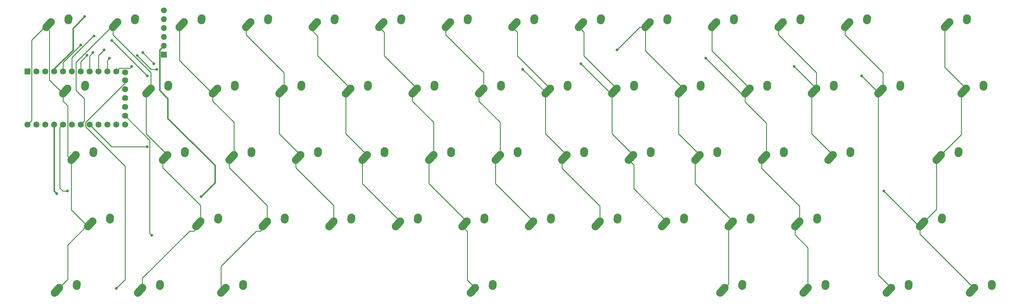
<source format=gbr>
%TF.GenerationSoftware,KiCad,Pcbnew,(5.1.9)-1*%
%TF.CreationDate,2021-02-27T14:08:49-05:00*%
%TF.ProjectId,IoT_Keyboard,496f545f-4b65-4796-926f-6172642e6b69,v1.0*%
%TF.SameCoordinates,Original*%
%TF.FileFunction,Copper,L1,Top*%
%TF.FilePolarity,Positive*%
%FSLAX46Y46*%
G04 Gerber Fmt 4.6, Leading zero omitted, Abs format (unit mm)*
G04 Created by KiCad (PCBNEW (5.1.9)-1) date 2021-02-27 14:08:49*
%MOMM*%
%LPD*%
G01*
G04 APERTURE LIST*
%TA.AperFunction,ComponentPad*%
%ADD10C,1.700000*%
%TD*%
%TA.AperFunction,ComponentPad*%
%ADD11O,1.700000X1.700000*%
%TD*%
%TA.AperFunction,ComponentPad*%
%ADD12R,1.700000X1.700000*%
%TD*%
%TA.AperFunction,ComponentPad*%
%ADD13C,2.250000*%
%TD*%
%TA.AperFunction,ComponentPad*%
%ADD14C,1.752600*%
%TD*%
%TA.AperFunction,ComponentPad*%
%ADD15R,1.752600X1.752600*%
%TD*%
%TA.AperFunction,ViaPad*%
%ADD16C,0.800000*%
%TD*%
%TA.AperFunction,Conductor*%
%ADD17C,0.254000*%
%TD*%
%TA.AperFunction,Conductor*%
%ADD18C,0.381000*%
%TD*%
G04 APERTURE END LIST*
D10*
%TO.P,U2,6*%
%TO.N,Net-(U2-Pad6)*%
X104475000Y-41018750D03*
D11*
%TO.P,U2,5*%
%TO.N,Net-(R2-Pad1)*%
X104475000Y-43558750D03*
%TO.P,U2,4*%
%TO.N,Net-(U1-Pad2)*%
X104475000Y-46098750D03*
%TO.P,U2,3*%
%TO.N,GND*%
X104475000Y-48638750D03*
%TO.P,U2,2*%
%TO.N,Net-(R1-Pad2)*%
X104475000Y-51178750D03*
D12*
%TO.P,U2,1*%
%TO.N,Net-(U2-Pad1)*%
X104475000Y-53718750D03*
%TD*%
D13*
%TO.P,MX57,1*%
%TO.N,COL5*%
X193556250Y-120618750D03*
%TA.AperFunction,ComponentPad*%
G36*
G01*
X191494938Y-122916100D02*
X191494933Y-122916095D01*
G75*
G02*
X191408905Y-121327433I751317J837345D01*
G01*
X192718907Y-119867433D01*
G75*
G02*
X194307569Y-119781405I837345J-751317D01*
G01*
X194307569Y-119781405D01*
G75*
G02*
X194393597Y-121370067I-751317J-837345D01*
G01*
X193083595Y-122830067D01*
G75*
G02*
X191494933Y-122916095I-837345J751317D01*
G01*
G37*
%TD.AperFunction*%
%TO.P,MX57,2*%
%TO.N,Net-(D57-Pad2)*%
X198596250Y-119538750D03*
%TA.AperFunction,ComponentPad*%
G36*
G01*
X198479733Y-121241145D02*
X198478847Y-121241084D01*
G75*
G02*
X197433916Y-120041347I77403J1122334D01*
G01*
X197473916Y-119461347D01*
G75*
G02*
X198673653Y-118416416I1122334J-77403D01*
G01*
X198673653Y-118416416D01*
G75*
G02*
X199718584Y-119616153I-77403J-1122334D01*
G01*
X199678584Y-120196153D01*
G75*
G02*
X198478847Y-121241084I-1122334J77403D01*
G01*
G37*
%TD.AperFunction*%
%TD*%
%TO.P,MX61,1*%
%TO.N,COL13*%
X336431250Y-120618750D03*
%TA.AperFunction,ComponentPad*%
G36*
G01*
X334369938Y-122916100D02*
X334369933Y-122916095D01*
G75*
G02*
X334283905Y-121327433I751317J837345D01*
G01*
X335593907Y-119867433D01*
G75*
G02*
X337182569Y-119781405I837345J-751317D01*
G01*
X337182569Y-119781405D01*
G75*
G02*
X337268597Y-121370067I-751317J-837345D01*
G01*
X335958595Y-122830067D01*
G75*
G02*
X334369933Y-122916095I-837345J751317D01*
G01*
G37*
%TD.AperFunction*%
%TO.P,MX61,2*%
%TO.N,Net-(D61-Pad2)*%
X341471250Y-119538750D03*
%TA.AperFunction,ComponentPad*%
G36*
G01*
X341354733Y-121241145D02*
X341353847Y-121241084D01*
G75*
G02*
X340308916Y-120041347I77403J1122334D01*
G01*
X340348916Y-119461347D01*
G75*
G02*
X341548653Y-118416416I1122334J-77403D01*
G01*
X341548653Y-118416416D01*
G75*
G02*
X342593584Y-119616153I-77403J-1122334D01*
G01*
X342553584Y-120196153D01*
G75*
G02*
X341353847Y-121241084I-1122334J77403D01*
G01*
G37*
%TD.AperFunction*%
%TD*%
%TO.P,MX59,1*%
%TO.N,COL10*%
X288806250Y-120618750D03*
%TA.AperFunction,ComponentPad*%
G36*
G01*
X286744938Y-122916100D02*
X286744933Y-122916095D01*
G75*
G02*
X286658905Y-121327433I751317J837345D01*
G01*
X287968907Y-119867433D01*
G75*
G02*
X289557569Y-119781405I837345J-751317D01*
G01*
X289557569Y-119781405D01*
G75*
G02*
X289643597Y-121370067I-751317J-837345D01*
G01*
X288333595Y-122830067D01*
G75*
G02*
X286744933Y-122916095I-837345J751317D01*
G01*
G37*
%TD.AperFunction*%
%TO.P,MX59,2*%
%TO.N,Net-(D59-Pad2)*%
X293846250Y-119538750D03*
%TA.AperFunction,ComponentPad*%
G36*
G01*
X293729733Y-121241145D02*
X293728847Y-121241084D01*
G75*
G02*
X292683916Y-120041347I77403J1122334D01*
G01*
X292723916Y-119461347D01*
G75*
G02*
X293923653Y-118416416I1122334J-77403D01*
G01*
X293923653Y-118416416D01*
G75*
G02*
X294968584Y-119616153I-77403J-1122334D01*
G01*
X294928584Y-120196153D01*
G75*
G02*
X293728847Y-121241084I-1122334J77403D01*
G01*
G37*
%TD.AperFunction*%
%TD*%
%TO.P,MX54,1*%
%TO.N,COL0*%
X74493750Y-120618750D03*
%TA.AperFunction,ComponentPad*%
G36*
G01*
X72432438Y-122916100D02*
X72432433Y-122916095D01*
G75*
G02*
X72346405Y-121327433I751317J837345D01*
G01*
X73656407Y-119867433D01*
G75*
G02*
X75245069Y-119781405I837345J-751317D01*
G01*
X75245069Y-119781405D01*
G75*
G02*
X75331097Y-121370067I-751317J-837345D01*
G01*
X74021095Y-122830067D01*
G75*
G02*
X72432433Y-122916095I-837345J751317D01*
G01*
G37*
%TD.AperFunction*%
%TO.P,MX54,2*%
%TO.N,Net-(D54-Pad2)*%
X79533750Y-119538750D03*
%TA.AperFunction,ComponentPad*%
G36*
G01*
X79417233Y-121241145D02*
X79416347Y-121241084D01*
G75*
G02*
X78371416Y-120041347I77403J1122334D01*
G01*
X78411416Y-119461347D01*
G75*
G02*
X79611153Y-118416416I1122334J-77403D01*
G01*
X79611153Y-118416416D01*
G75*
G02*
X80656084Y-119616153I-77403J-1122334D01*
G01*
X80616084Y-120196153D01*
G75*
G02*
X79416347Y-121241084I-1122334J77403D01*
G01*
G37*
%TD.AperFunction*%
%TD*%
%TO.P,MX58,1*%
%TO.N,COL9*%
X264993750Y-120618750D03*
%TA.AperFunction,ComponentPad*%
G36*
G01*
X262932438Y-122916100D02*
X262932433Y-122916095D01*
G75*
G02*
X262846405Y-121327433I751317J837345D01*
G01*
X264156407Y-119867433D01*
G75*
G02*
X265745069Y-119781405I837345J-751317D01*
G01*
X265745069Y-119781405D01*
G75*
G02*
X265831097Y-121370067I-751317J-837345D01*
G01*
X264521095Y-122830067D01*
G75*
G02*
X262932433Y-122916095I-837345J751317D01*
G01*
G37*
%TD.AperFunction*%
%TO.P,MX58,2*%
%TO.N,Net-(D58-Pad2)*%
X270033750Y-119538750D03*
%TA.AperFunction,ComponentPad*%
G36*
G01*
X269917233Y-121241145D02*
X269916347Y-121241084D01*
G75*
G02*
X268871416Y-120041347I77403J1122334D01*
G01*
X268911416Y-119461347D01*
G75*
G02*
X270111153Y-118416416I1122334J-77403D01*
G01*
X270111153Y-118416416D01*
G75*
G02*
X271156084Y-119616153I-77403J-1122334D01*
G01*
X271116084Y-120196153D01*
G75*
G02*
X269916347Y-121241084I-1122334J77403D01*
G01*
G37*
%TD.AperFunction*%
%TD*%
%TO.P,MX60,1*%
%TO.N,COL12*%
X312618750Y-120618750D03*
%TA.AperFunction,ComponentPad*%
G36*
G01*
X310557438Y-122916100D02*
X310557433Y-122916095D01*
G75*
G02*
X310471405Y-121327433I751317J837345D01*
G01*
X311781407Y-119867433D01*
G75*
G02*
X313370069Y-119781405I837345J-751317D01*
G01*
X313370069Y-119781405D01*
G75*
G02*
X313456097Y-121370067I-751317J-837345D01*
G01*
X312146095Y-122830067D01*
G75*
G02*
X310557433Y-122916095I-837345J751317D01*
G01*
G37*
%TD.AperFunction*%
%TO.P,MX60,2*%
%TO.N,Net-(D60-Pad2)*%
X317658750Y-119538750D03*
%TA.AperFunction,ComponentPad*%
G36*
G01*
X317542233Y-121241145D02*
X317541347Y-121241084D01*
G75*
G02*
X316496416Y-120041347I77403J1122334D01*
G01*
X316536416Y-119461347D01*
G75*
G02*
X317736153Y-118416416I1122334J-77403D01*
G01*
X317736153Y-118416416D01*
G75*
G02*
X318781084Y-119616153I-77403J-1122334D01*
G01*
X318741084Y-120196153D01*
G75*
G02*
X317541347Y-121241084I-1122334J77403D01*
G01*
G37*
%TD.AperFunction*%
%TD*%
%TO.P,MX56,1*%
%TO.N,COL2*%
X122118750Y-120618750D03*
%TA.AperFunction,ComponentPad*%
G36*
G01*
X120057438Y-122916100D02*
X120057433Y-122916095D01*
G75*
G02*
X119971405Y-121327433I751317J837345D01*
G01*
X121281407Y-119867433D01*
G75*
G02*
X122870069Y-119781405I837345J-751317D01*
G01*
X122870069Y-119781405D01*
G75*
G02*
X122956097Y-121370067I-751317J-837345D01*
G01*
X121646095Y-122830067D01*
G75*
G02*
X120057433Y-122916095I-837345J751317D01*
G01*
G37*
%TD.AperFunction*%
%TO.P,MX56,2*%
%TO.N,Net-(D56-Pad2)*%
X127158750Y-119538750D03*
%TA.AperFunction,ComponentPad*%
G36*
G01*
X127042233Y-121241145D02*
X127041347Y-121241084D01*
G75*
G02*
X125996416Y-120041347I77403J1122334D01*
G01*
X126036416Y-119461347D01*
G75*
G02*
X127236153Y-118416416I1122334J-77403D01*
G01*
X127236153Y-118416416D01*
G75*
G02*
X128281084Y-119616153I-77403J-1122334D01*
G01*
X128241084Y-120196153D01*
G75*
G02*
X127041347Y-121241084I-1122334J77403D01*
G01*
G37*
%TD.AperFunction*%
%TD*%
%TO.P,MX55,1*%
%TO.N,COL1*%
X98306250Y-120618750D03*
%TA.AperFunction,ComponentPad*%
G36*
G01*
X96244938Y-122916100D02*
X96244933Y-122916095D01*
G75*
G02*
X96158905Y-121327433I751317J837345D01*
G01*
X97468907Y-119867433D01*
G75*
G02*
X99057569Y-119781405I837345J-751317D01*
G01*
X99057569Y-119781405D01*
G75*
G02*
X99143597Y-121370067I-751317J-837345D01*
G01*
X97833595Y-122830067D01*
G75*
G02*
X96244933Y-122916095I-837345J751317D01*
G01*
G37*
%TD.AperFunction*%
%TO.P,MX55,2*%
%TO.N,Net-(D55-Pad2)*%
X103346250Y-119538750D03*
%TA.AperFunction,ComponentPad*%
G36*
G01*
X103229733Y-121241145D02*
X103228847Y-121241084D01*
G75*
G02*
X102183916Y-120041347I77403J1122334D01*
G01*
X102223916Y-119461347D01*
G75*
G02*
X103423653Y-118416416I1122334J-77403D01*
G01*
X103423653Y-118416416D01*
G75*
G02*
X104468584Y-119616153I-77403J-1122334D01*
G01*
X104428584Y-120196153D01*
G75*
G02*
X103228847Y-121241084I-1122334J77403D01*
G01*
G37*
%TD.AperFunction*%
%TD*%
%TO.P,MX15,1*%
%TO.N,COL0*%
X76875000Y-63468750D03*
%TA.AperFunction,ComponentPad*%
G36*
G01*
X74813688Y-65766100D02*
X74813683Y-65766095D01*
G75*
G02*
X74727655Y-64177433I751317J837345D01*
G01*
X76037657Y-62717433D01*
G75*
G02*
X77626319Y-62631405I837345J-751317D01*
G01*
X77626319Y-62631405D01*
G75*
G02*
X77712347Y-64220067I-751317J-837345D01*
G01*
X76402345Y-65680067D01*
G75*
G02*
X74813683Y-65766095I-837345J751317D01*
G01*
G37*
%TD.AperFunction*%
%TO.P,MX15,2*%
%TO.N,Net-(D15-Pad2)*%
X81915000Y-62388750D03*
%TA.AperFunction,ComponentPad*%
G36*
G01*
X81798483Y-64091145D02*
X81797597Y-64091084D01*
G75*
G02*
X80752666Y-62891347I77403J1122334D01*
G01*
X80792666Y-62311347D01*
G75*
G02*
X81992403Y-61266416I1122334J-77403D01*
G01*
X81992403Y-61266416D01*
G75*
G02*
X83037334Y-62466153I-77403J-1122334D01*
G01*
X82997334Y-63046153D01*
G75*
G02*
X81797597Y-64091084I-1122334J77403D01*
G01*
G37*
%TD.AperFunction*%
%TD*%
D14*
%TO.P,U1,25*%
%TO.N,ROW4*%
X93345000Y-61118750D03*
%TO.P,U1,26*%
%TO.N,Net-(U1-Pad26)*%
X93345000Y-63658750D03*
%TO.P,U1,27*%
%TO.N,Net-(U1-Pad27)*%
X93345000Y-66198750D03*
%TO.P,U1,28*%
%TO.N,Net-(U1-Pad28)*%
X93345000Y-68738750D03*
%TO.P,U1,29*%
%TO.N,ROW3*%
X93345000Y-71278750D03*
%TO.P,U1,24*%
%TO.N,COL0*%
X65405000Y-73818750D03*
%TO.P,U1,12*%
%TO.N,COL12*%
X93345000Y-58807350D03*
%TO.P,U1,23*%
%TO.N,GND*%
X67945000Y-73818750D03*
%TO.P,U1,22*%
%TO.N,Net-(R1-Pad1)*%
X70485000Y-73818750D03*
%TO.P,U1,21*%
%TO.N,Net-(R1-Pad2)*%
X73025000Y-73818750D03*
%TO.P,U1,20*%
%TO.N,COL13*%
X75565000Y-73818750D03*
%TO.P,U1,19*%
%TO.N,ROW2*%
X78105000Y-73818750D03*
%TO.P,U1,18*%
%TO.N,COL1*%
X80645000Y-73818750D03*
%TO.P,U1,17*%
%TO.N,COL2*%
X83185000Y-73818750D03*
%TO.P,U1,16*%
%TO.N,COL3*%
X85725000Y-73818750D03*
%TO.P,U1,15*%
%TO.N,COL4*%
X88265000Y-73818750D03*
%TO.P,U1,14*%
%TO.N,COL5*%
X90805000Y-73818750D03*
%TO.P,U1,13*%
%TO.N,COL6*%
X93345000Y-73818750D03*
%TO.P,U1,11*%
%TO.N,COL11*%
X90805000Y-58578750D03*
%TO.P,U1,10*%
%TO.N,COL10*%
X88265000Y-58578750D03*
%TO.P,U1,9*%
%TO.N,COL9*%
X85725000Y-58578750D03*
%TO.P,U1,8*%
%TO.N,COL8*%
X83185000Y-58578750D03*
%TO.P,U1,7*%
%TO.N,COL7*%
X80645000Y-58578750D03*
%TO.P,U1,6*%
%TO.N,ROW1*%
X78105000Y-58578750D03*
%TO.P,U1,5*%
%TO.N,ROW0*%
X75565000Y-58578750D03*
%TO.P,U1,4*%
%TO.N,GND*%
X73025000Y-58578750D03*
%TO.P,U1,3*%
X70485000Y-58578750D03*
%TO.P,U1,2*%
%TO.N,Net-(U1-Pad2)*%
X67945000Y-58578750D03*
D15*
%TO.P,U1,1*%
%TO.N,Net-(R2-Pad2)*%
X65405000Y-58578750D03*
%TD*%
D13*
%TO.P,MX53,1*%
%TO.N,COL13*%
X322143750Y-101568750D03*
%TA.AperFunction,ComponentPad*%
G36*
G01*
X320082438Y-103866100D02*
X320082433Y-103866095D01*
G75*
G02*
X319996405Y-102277433I751317J837345D01*
G01*
X321306407Y-100817433D01*
G75*
G02*
X322895069Y-100731405I837345J-751317D01*
G01*
X322895069Y-100731405D01*
G75*
G02*
X322981097Y-102320067I-751317J-837345D01*
G01*
X321671095Y-103780067D01*
G75*
G02*
X320082433Y-103866095I-837345J751317D01*
G01*
G37*
%TD.AperFunction*%
%TO.P,MX53,2*%
%TO.N,Net-(D53-Pad2)*%
X327183750Y-100488750D03*
%TA.AperFunction,ComponentPad*%
G36*
G01*
X327067233Y-102191145D02*
X327066347Y-102191084D01*
G75*
G02*
X326021416Y-100991347I77403J1122334D01*
G01*
X326061416Y-100411347D01*
G75*
G02*
X327261153Y-99366416I1122334J-77403D01*
G01*
X327261153Y-99366416D01*
G75*
G02*
X328306084Y-100566153I-77403J-1122334D01*
G01*
X328266084Y-101146153D01*
G75*
G02*
X327066347Y-102191084I-1122334J77403D01*
G01*
G37*
%TD.AperFunction*%
%TD*%
%TO.P,MX42,1*%
%TO.N,COL0*%
X84018750Y-101568750D03*
%TA.AperFunction,ComponentPad*%
G36*
G01*
X81957438Y-103866100D02*
X81957433Y-103866095D01*
G75*
G02*
X81871405Y-102277433I751317J837345D01*
G01*
X83181407Y-100817433D01*
G75*
G02*
X84770069Y-100731405I837345J-751317D01*
G01*
X84770069Y-100731405D01*
G75*
G02*
X84856097Y-102320067I-751317J-837345D01*
G01*
X83546095Y-103780067D01*
G75*
G02*
X81957433Y-103866095I-837345J751317D01*
G01*
G37*
%TD.AperFunction*%
%TO.P,MX42,2*%
%TO.N,Net-(D42-Pad2)*%
X89058750Y-100488750D03*
%TA.AperFunction,ComponentPad*%
G36*
G01*
X88942233Y-102191145D02*
X88941347Y-102191084D01*
G75*
G02*
X87896416Y-100991347I77403J1122334D01*
G01*
X87936416Y-100411347D01*
G75*
G02*
X89136153Y-99366416I1122334J-77403D01*
G01*
X89136153Y-99366416D01*
G75*
G02*
X90181084Y-100566153I-77403J-1122334D01*
G01*
X90141084Y-101146153D01*
G75*
G02*
X88941347Y-102191084I-1122334J77403D01*
G01*
G37*
%TD.AperFunction*%
%TD*%
%TO.P,MX41,1*%
%TO.N,COL13*%
X326906250Y-82518750D03*
%TA.AperFunction,ComponentPad*%
G36*
G01*
X324844938Y-84816100D02*
X324844933Y-84816095D01*
G75*
G02*
X324758905Y-83227433I751317J837345D01*
G01*
X326068907Y-81767433D01*
G75*
G02*
X327657569Y-81681405I837345J-751317D01*
G01*
X327657569Y-81681405D01*
G75*
G02*
X327743597Y-83270067I-751317J-837345D01*
G01*
X326433595Y-84730067D01*
G75*
G02*
X324844933Y-84816095I-837345J751317D01*
G01*
G37*
%TD.AperFunction*%
%TO.P,MX41,2*%
%TO.N,Net-(D41-Pad2)*%
X331946250Y-81438750D03*
%TA.AperFunction,ComponentPad*%
G36*
G01*
X331829733Y-83141145D02*
X331828847Y-83141084D01*
G75*
G02*
X330783916Y-81941347I77403J1122334D01*
G01*
X330823916Y-81361347D01*
G75*
G02*
X332023653Y-80316416I1122334J-77403D01*
G01*
X332023653Y-80316416D01*
G75*
G02*
X333068584Y-81516153I-77403J-1122334D01*
G01*
X333028584Y-82096153D01*
G75*
G02*
X331828847Y-83141084I-1122334J77403D01*
G01*
G37*
%TD.AperFunction*%
%TD*%
%TO.P,MX29,1*%
%TO.N,COL0*%
X79256250Y-82518750D03*
%TA.AperFunction,ComponentPad*%
G36*
G01*
X77194938Y-84816100D02*
X77194933Y-84816095D01*
G75*
G02*
X77108905Y-83227433I751317J837345D01*
G01*
X78418907Y-81767433D01*
G75*
G02*
X80007569Y-81681405I837345J-751317D01*
G01*
X80007569Y-81681405D01*
G75*
G02*
X80093597Y-83270067I-751317J-837345D01*
G01*
X78783595Y-84730067D01*
G75*
G02*
X77194933Y-84816095I-837345J751317D01*
G01*
G37*
%TD.AperFunction*%
%TO.P,MX29,2*%
%TO.N,Net-(D29-Pad2)*%
X84296250Y-81438750D03*
%TA.AperFunction,ComponentPad*%
G36*
G01*
X84179733Y-83141145D02*
X84178847Y-83141084D01*
G75*
G02*
X83133916Y-81941347I77403J1122334D01*
G01*
X83173916Y-81361347D01*
G75*
G02*
X84373653Y-80316416I1122334J-77403D01*
G01*
X84373653Y-80316416D01*
G75*
G02*
X85418584Y-81516153I-77403J-1122334D01*
G01*
X85378584Y-82096153D01*
G75*
G02*
X84178847Y-83141084I-1122334J77403D01*
G01*
G37*
%TD.AperFunction*%
%TD*%
%TO.P,MX28,1*%
%TO.N,COL13*%
X334050000Y-63468750D03*
%TA.AperFunction,ComponentPad*%
G36*
G01*
X331988688Y-65766100D02*
X331988683Y-65766095D01*
G75*
G02*
X331902655Y-64177433I751317J837345D01*
G01*
X333212657Y-62717433D01*
G75*
G02*
X334801319Y-62631405I837345J-751317D01*
G01*
X334801319Y-62631405D01*
G75*
G02*
X334887347Y-64220067I-751317J-837345D01*
G01*
X333577345Y-65680067D01*
G75*
G02*
X331988683Y-65766095I-837345J751317D01*
G01*
G37*
%TD.AperFunction*%
%TO.P,MX28,2*%
%TO.N,Net-(D28-Pad2)*%
X339090000Y-62388750D03*
%TA.AperFunction,ComponentPad*%
G36*
G01*
X338973483Y-64091145D02*
X338972597Y-64091084D01*
G75*
G02*
X337927666Y-62891347I77403J1122334D01*
G01*
X337967666Y-62311347D01*
G75*
G02*
X339167403Y-61266416I1122334J-77403D01*
G01*
X339167403Y-61266416D01*
G75*
G02*
X340212334Y-62466153I-77403J-1122334D01*
G01*
X340172334Y-63046153D01*
G75*
G02*
X338972597Y-64091084I-1122334J77403D01*
G01*
G37*
%TD.AperFunction*%
%TD*%
%TO.P,MX14,1*%
%TO.N,COL13*%
X329287500Y-44418750D03*
%TA.AperFunction,ComponentPad*%
G36*
G01*
X327226188Y-46716100D02*
X327226183Y-46716095D01*
G75*
G02*
X327140155Y-45127433I751317J837345D01*
G01*
X328450157Y-43667433D01*
G75*
G02*
X330038819Y-43581405I837345J-751317D01*
G01*
X330038819Y-43581405D01*
G75*
G02*
X330124847Y-45170067I-751317J-837345D01*
G01*
X328814845Y-46630067D01*
G75*
G02*
X327226183Y-46716095I-837345J751317D01*
G01*
G37*
%TD.AperFunction*%
%TO.P,MX14,2*%
%TO.N,Net-(D14-Pad2)*%
X334327500Y-43338750D03*
%TA.AperFunction,ComponentPad*%
G36*
G01*
X334210983Y-45041145D02*
X334210097Y-45041084D01*
G75*
G02*
X333165166Y-43841347I77403J1122334D01*
G01*
X333205166Y-43261347D01*
G75*
G02*
X334404903Y-42216416I1122334J-77403D01*
G01*
X334404903Y-42216416D01*
G75*
G02*
X335449834Y-43416153I-77403J-1122334D01*
G01*
X335409834Y-43996153D01*
G75*
G02*
X334210097Y-45041084I-1122334J77403D01*
G01*
G37*
%TD.AperFunction*%
%TD*%
%TO.P,MX52,1*%
%TO.N,COL10*%
X286425000Y-101568750D03*
%TA.AperFunction,ComponentPad*%
G36*
G01*
X284363688Y-103866100D02*
X284363683Y-103866095D01*
G75*
G02*
X284277655Y-102277433I751317J837345D01*
G01*
X285587657Y-100817433D01*
G75*
G02*
X287176319Y-100731405I837345J-751317D01*
G01*
X287176319Y-100731405D01*
G75*
G02*
X287262347Y-102320067I-751317J-837345D01*
G01*
X285952345Y-103780067D01*
G75*
G02*
X284363683Y-103866095I-837345J751317D01*
G01*
G37*
%TD.AperFunction*%
%TO.P,MX52,2*%
%TO.N,Net-(D52-Pad2)*%
X291465000Y-100488750D03*
%TA.AperFunction,ComponentPad*%
G36*
G01*
X291348483Y-102191145D02*
X291347597Y-102191084D01*
G75*
G02*
X290302666Y-100991347I77403J1122334D01*
G01*
X290342666Y-100411347D01*
G75*
G02*
X291542403Y-99366416I1122334J-77403D01*
G01*
X291542403Y-99366416D01*
G75*
G02*
X292587334Y-100566153I-77403J-1122334D01*
G01*
X292547334Y-101146153D01*
G75*
G02*
X291347597Y-102191084I-1122334J77403D01*
G01*
G37*
%TD.AperFunction*%
%TD*%
%TO.P,MX51,1*%
%TO.N,COL9*%
X267375000Y-101568750D03*
%TA.AperFunction,ComponentPad*%
G36*
G01*
X265313688Y-103866100D02*
X265313683Y-103866095D01*
G75*
G02*
X265227655Y-102277433I751317J837345D01*
G01*
X266537657Y-100817433D01*
G75*
G02*
X268126319Y-100731405I837345J-751317D01*
G01*
X268126319Y-100731405D01*
G75*
G02*
X268212347Y-102320067I-751317J-837345D01*
G01*
X266902345Y-103780067D01*
G75*
G02*
X265313683Y-103866095I-837345J751317D01*
G01*
G37*
%TD.AperFunction*%
%TO.P,MX51,2*%
%TO.N,Net-(D51-Pad2)*%
X272415000Y-100488750D03*
%TA.AperFunction,ComponentPad*%
G36*
G01*
X272298483Y-102191145D02*
X272297597Y-102191084D01*
G75*
G02*
X271252666Y-100991347I77403J1122334D01*
G01*
X271292666Y-100411347D01*
G75*
G02*
X272492403Y-99366416I1122334J-77403D01*
G01*
X272492403Y-99366416D01*
G75*
G02*
X273537334Y-100566153I-77403J-1122334D01*
G01*
X273497334Y-101146153D01*
G75*
G02*
X272297597Y-102191084I-1122334J77403D01*
G01*
G37*
%TD.AperFunction*%
%TD*%
%TO.P,MX50,1*%
%TO.N,COL8*%
X248325000Y-101568750D03*
%TA.AperFunction,ComponentPad*%
G36*
G01*
X246263688Y-103866100D02*
X246263683Y-103866095D01*
G75*
G02*
X246177655Y-102277433I751317J837345D01*
G01*
X247487657Y-100817433D01*
G75*
G02*
X249076319Y-100731405I837345J-751317D01*
G01*
X249076319Y-100731405D01*
G75*
G02*
X249162347Y-102320067I-751317J-837345D01*
G01*
X247852345Y-103780067D01*
G75*
G02*
X246263683Y-103866095I-837345J751317D01*
G01*
G37*
%TD.AperFunction*%
%TO.P,MX50,2*%
%TO.N,Net-(D50-Pad2)*%
X253365000Y-100488750D03*
%TA.AperFunction,ComponentPad*%
G36*
G01*
X253248483Y-102191145D02*
X253247597Y-102191084D01*
G75*
G02*
X252202666Y-100991347I77403J1122334D01*
G01*
X252242666Y-100411347D01*
G75*
G02*
X253442403Y-99366416I1122334J-77403D01*
G01*
X253442403Y-99366416D01*
G75*
G02*
X254487334Y-100566153I-77403J-1122334D01*
G01*
X254447334Y-101146153D01*
G75*
G02*
X253247597Y-102191084I-1122334J77403D01*
G01*
G37*
%TD.AperFunction*%
%TD*%
%TO.P,MX49,1*%
%TO.N,COL7*%
X229275000Y-101568750D03*
%TA.AperFunction,ComponentPad*%
G36*
G01*
X227213688Y-103866100D02*
X227213683Y-103866095D01*
G75*
G02*
X227127655Y-102277433I751317J837345D01*
G01*
X228437657Y-100817433D01*
G75*
G02*
X230026319Y-100731405I837345J-751317D01*
G01*
X230026319Y-100731405D01*
G75*
G02*
X230112347Y-102320067I-751317J-837345D01*
G01*
X228802345Y-103780067D01*
G75*
G02*
X227213683Y-103866095I-837345J751317D01*
G01*
G37*
%TD.AperFunction*%
%TO.P,MX49,2*%
%TO.N,Net-(D49-Pad2)*%
X234315000Y-100488750D03*
%TA.AperFunction,ComponentPad*%
G36*
G01*
X234198483Y-102191145D02*
X234197597Y-102191084D01*
G75*
G02*
X233152666Y-100991347I77403J1122334D01*
G01*
X233192666Y-100411347D01*
G75*
G02*
X234392403Y-99366416I1122334J-77403D01*
G01*
X234392403Y-99366416D01*
G75*
G02*
X235437334Y-100566153I-77403J-1122334D01*
G01*
X235397334Y-101146153D01*
G75*
G02*
X234197597Y-102191084I-1122334J77403D01*
G01*
G37*
%TD.AperFunction*%
%TD*%
%TO.P,MX48,1*%
%TO.N,COL6*%
X210225000Y-101568750D03*
%TA.AperFunction,ComponentPad*%
G36*
G01*
X208163688Y-103866100D02*
X208163683Y-103866095D01*
G75*
G02*
X208077655Y-102277433I751317J837345D01*
G01*
X209387657Y-100817433D01*
G75*
G02*
X210976319Y-100731405I837345J-751317D01*
G01*
X210976319Y-100731405D01*
G75*
G02*
X211062347Y-102320067I-751317J-837345D01*
G01*
X209752345Y-103780067D01*
G75*
G02*
X208163683Y-103866095I-837345J751317D01*
G01*
G37*
%TD.AperFunction*%
%TO.P,MX48,2*%
%TO.N,Net-(D48-Pad2)*%
X215265000Y-100488750D03*
%TA.AperFunction,ComponentPad*%
G36*
G01*
X215148483Y-102191145D02*
X215147597Y-102191084D01*
G75*
G02*
X214102666Y-100991347I77403J1122334D01*
G01*
X214142666Y-100411347D01*
G75*
G02*
X215342403Y-99366416I1122334J-77403D01*
G01*
X215342403Y-99366416D01*
G75*
G02*
X216387334Y-100566153I-77403J-1122334D01*
G01*
X216347334Y-101146153D01*
G75*
G02*
X215147597Y-102191084I-1122334J77403D01*
G01*
G37*
%TD.AperFunction*%
%TD*%
%TO.P,MX47,1*%
%TO.N,COL5*%
X191175000Y-101568750D03*
%TA.AperFunction,ComponentPad*%
G36*
G01*
X189113688Y-103866100D02*
X189113683Y-103866095D01*
G75*
G02*
X189027655Y-102277433I751317J837345D01*
G01*
X190337657Y-100817433D01*
G75*
G02*
X191926319Y-100731405I837345J-751317D01*
G01*
X191926319Y-100731405D01*
G75*
G02*
X192012347Y-102320067I-751317J-837345D01*
G01*
X190702345Y-103780067D01*
G75*
G02*
X189113683Y-103866095I-837345J751317D01*
G01*
G37*
%TD.AperFunction*%
%TO.P,MX47,2*%
%TO.N,Net-(D47-Pad2)*%
X196215000Y-100488750D03*
%TA.AperFunction,ComponentPad*%
G36*
G01*
X196098483Y-102191145D02*
X196097597Y-102191084D01*
G75*
G02*
X195052666Y-100991347I77403J1122334D01*
G01*
X195092666Y-100411347D01*
G75*
G02*
X196292403Y-99366416I1122334J-77403D01*
G01*
X196292403Y-99366416D01*
G75*
G02*
X197337334Y-100566153I-77403J-1122334D01*
G01*
X197297334Y-101146153D01*
G75*
G02*
X196097597Y-102191084I-1122334J77403D01*
G01*
G37*
%TD.AperFunction*%
%TD*%
%TO.P,MX46,1*%
%TO.N,COL4*%
X172125000Y-101568750D03*
%TA.AperFunction,ComponentPad*%
G36*
G01*
X170063688Y-103866100D02*
X170063683Y-103866095D01*
G75*
G02*
X169977655Y-102277433I751317J837345D01*
G01*
X171287657Y-100817433D01*
G75*
G02*
X172876319Y-100731405I837345J-751317D01*
G01*
X172876319Y-100731405D01*
G75*
G02*
X172962347Y-102320067I-751317J-837345D01*
G01*
X171652345Y-103780067D01*
G75*
G02*
X170063683Y-103866095I-837345J751317D01*
G01*
G37*
%TD.AperFunction*%
%TO.P,MX46,2*%
%TO.N,Net-(D46-Pad2)*%
X177165000Y-100488750D03*
%TA.AperFunction,ComponentPad*%
G36*
G01*
X177048483Y-102191145D02*
X177047597Y-102191084D01*
G75*
G02*
X176002666Y-100991347I77403J1122334D01*
G01*
X176042666Y-100411347D01*
G75*
G02*
X177242403Y-99366416I1122334J-77403D01*
G01*
X177242403Y-99366416D01*
G75*
G02*
X178287334Y-100566153I-77403J-1122334D01*
G01*
X178247334Y-101146153D01*
G75*
G02*
X177047597Y-102191084I-1122334J77403D01*
G01*
G37*
%TD.AperFunction*%
%TD*%
%TO.P,MX45,1*%
%TO.N,COL3*%
X153075000Y-101568750D03*
%TA.AperFunction,ComponentPad*%
G36*
G01*
X151013688Y-103866100D02*
X151013683Y-103866095D01*
G75*
G02*
X150927655Y-102277433I751317J837345D01*
G01*
X152237657Y-100817433D01*
G75*
G02*
X153826319Y-100731405I837345J-751317D01*
G01*
X153826319Y-100731405D01*
G75*
G02*
X153912347Y-102320067I-751317J-837345D01*
G01*
X152602345Y-103780067D01*
G75*
G02*
X151013683Y-103866095I-837345J751317D01*
G01*
G37*
%TD.AperFunction*%
%TO.P,MX45,2*%
%TO.N,Net-(D45-Pad2)*%
X158115000Y-100488750D03*
%TA.AperFunction,ComponentPad*%
G36*
G01*
X157998483Y-102191145D02*
X157997597Y-102191084D01*
G75*
G02*
X156952666Y-100991347I77403J1122334D01*
G01*
X156992666Y-100411347D01*
G75*
G02*
X158192403Y-99366416I1122334J-77403D01*
G01*
X158192403Y-99366416D01*
G75*
G02*
X159237334Y-100566153I-77403J-1122334D01*
G01*
X159197334Y-101146153D01*
G75*
G02*
X157997597Y-102191084I-1122334J77403D01*
G01*
G37*
%TD.AperFunction*%
%TD*%
%TO.P,MX44,1*%
%TO.N,COL2*%
X134025000Y-101568750D03*
%TA.AperFunction,ComponentPad*%
G36*
G01*
X131963688Y-103866100D02*
X131963683Y-103866095D01*
G75*
G02*
X131877655Y-102277433I751317J837345D01*
G01*
X133187657Y-100817433D01*
G75*
G02*
X134776319Y-100731405I837345J-751317D01*
G01*
X134776319Y-100731405D01*
G75*
G02*
X134862347Y-102320067I-751317J-837345D01*
G01*
X133552345Y-103780067D01*
G75*
G02*
X131963683Y-103866095I-837345J751317D01*
G01*
G37*
%TD.AperFunction*%
%TO.P,MX44,2*%
%TO.N,Net-(D44-Pad2)*%
X139065000Y-100488750D03*
%TA.AperFunction,ComponentPad*%
G36*
G01*
X138948483Y-102191145D02*
X138947597Y-102191084D01*
G75*
G02*
X137902666Y-100991347I77403J1122334D01*
G01*
X137942666Y-100411347D01*
G75*
G02*
X139142403Y-99366416I1122334J-77403D01*
G01*
X139142403Y-99366416D01*
G75*
G02*
X140187334Y-100566153I-77403J-1122334D01*
G01*
X140147334Y-101146153D01*
G75*
G02*
X138947597Y-102191084I-1122334J77403D01*
G01*
G37*
%TD.AperFunction*%
%TD*%
%TO.P,MX43,1*%
%TO.N,COL1*%
X114975000Y-101568750D03*
%TA.AperFunction,ComponentPad*%
G36*
G01*
X112913688Y-103866100D02*
X112913683Y-103866095D01*
G75*
G02*
X112827655Y-102277433I751317J837345D01*
G01*
X114137657Y-100817433D01*
G75*
G02*
X115726319Y-100731405I837345J-751317D01*
G01*
X115726319Y-100731405D01*
G75*
G02*
X115812347Y-102320067I-751317J-837345D01*
G01*
X114502345Y-103780067D01*
G75*
G02*
X112913683Y-103866095I-837345J751317D01*
G01*
G37*
%TD.AperFunction*%
%TO.P,MX43,2*%
%TO.N,Net-(D43-Pad2)*%
X120015000Y-100488750D03*
%TA.AperFunction,ComponentPad*%
G36*
G01*
X119898483Y-102191145D02*
X119897597Y-102191084D01*
G75*
G02*
X118852666Y-100991347I77403J1122334D01*
G01*
X118892666Y-100411347D01*
G75*
G02*
X120092403Y-99366416I1122334J-77403D01*
G01*
X120092403Y-99366416D01*
G75*
G02*
X121137334Y-100566153I-77403J-1122334D01*
G01*
X121097334Y-101146153D01*
G75*
G02*
X119897597Y-102191084I-1122334J77403D01*
G01*
G37*
%TD.AperFunction*%
%TD*%
%TO.P,MX40,1*%
%TO.N,COL11*%
X295950000Y-82518750D03*
%TA.AperFunction,ComponentPad*%
G36*
G01*
X293888688Y-84816100D02*
X293888683Y-84816095D01*
G75*
G02*
X293802655Y-83227433I751317J837345D01*
G01*
X295112657Y-81767433D01*
G75*
G02*
X296701319Y-81681405I837345J-751317D01*
G01*
X296701319Y-81681405D01*
G75*
G02*
X296787347Y-83270067I-751317J-837345D01*
G01*
X295477345Y-84730067D01*
G75*
G02*
X293888683Y-84816095I-837345J751317D01*
G01*
G37*
%TD.AperFunction*%
%TO.P,MX40,2*%
%TO.N,Net-(D40-Pad2)*%
X300990000Y-81438750D03*
%TA.AperFunction,ComponentPad*%
G36*
G01*
X300873483Y-83141145D02*
X300872597Y-83141084D01*
G75*
G02*
X299827666Y-81941347I77403J1122334D01*
G01*
X299867666Y-81361347D01*
G75*
G02*
X301067403Y-80316416I1122334J-77403D01*
G01*
X301067403Y-80316416D01*
G75*
G02*
X302112334Y-81516153I-77403J-1122334D01*
G01*
X302072334Y-82096153D01*
G75*
G02*
X300872597Y-83141084I-1122334J77403D01*
G01*
G37*
%TD.AperFunction*%
%TD*%
%TO.P,MX39,1*%
%TO.N,COL10*%
X276900000Y-82518750D03*
%TA.AperFunction,ComponentPad*%
G36*
G01*
X274838688Y-84816100D02*
X274838683Y-84816095D01*
G75*
G02*
X274752655Y-83227433I751317J837345D01*
G01*
X276062657Y-81767433D01*
G75*
G02*
X277651319Y-81681405I837345J-751317D01*
G01*
X277651319Y-81681405D01*
G75*
G02*
X277737347Y-83270067I-751317J-837345D01*
G01*
X276427345Y-84730067D01*
G75*
G02*
X274838683Y-84816095I-837345J751317D01*
G01*
G37*
%TD.AperFunction*%
%TO.P,MX39,2*%
%TO.N,Net-(D39-Pad2)*%
X281940000Y-81438750D03*
%TA.AperFunction,ComponentPad*%
G36*
G01*
X281823483Y-83141145D02*
X281822597Y-83141084D01*
G75*
G02*
X280777666Y-81941347I77403J1122334D01*
G01*
X280817666Y-81361347D01*
G75*
G02*
X282017403Y-80316416I1122334J-77403D01*
G01*
X282017403Y-80316416D01*
G75*
G02*
X283062334Y-81516153I-77403J-1122334D01*
G01*
X283022334Y-82096153D01*
G75*
G02*
X281822597Y-83141084I-1122334J77403D01*
G01*
G37*
%TD.AperFunction*%
%TD*%
%TO.P,MX38,1*%
%TO.N,COL9*%
X257850000Y-82518750D03*
%TA.AperFunction,ComponentPad*%
G36*
G01*
X255788688Y-84816100D02*
X255788683Y-84816095D01*
G75*
G02*
X255702655Y-83227433I751317J837345D01*
G01*
X257012657Y-81767433D01*
G75*
G02*
X258601319Y-81681405I837345J-751317D01*
G01*
X258601319Y-81681405D01*
G75*
G02*
X258687347Y-83270067I-751317J-837345D01*
G01*
X257377345Y-84730067D01*
G75*
G02*
X255788683Y-84816095I-837345J751317D01*
G01*
G37*
%TD.AperFunction*%
%TO.P,MX38,2*%
%TO.N,Net-(D38-Pad2)*%
X262890000Y-81438750D03*
%TA.AperFunction,ComponentPad*%
G36*
G01*
X262773483Y-83141145D02*
X262772597Y-83141084D01*
G75*
G02*
X261727666Y-81941347I77403J1122334D01*
G01*
X261767666Y-81361347D01*
G75*
G02*
X262967403Y-80316416I1122334J-77403D01*
G01*
X262967403Y-80316416D01*
G75*
G02*
X264012334Y-81516153I-77403J-1122334D01*
G01*
X263972334Y-82096153D01*
G75*
G02*
X262772597Y-83141084I-1122334J77403D01*
G01*
G37*
%TD.AperFunction*%
%TD*%
%TO.P,MX37,1*%
%TO.N,COL8*%
X238800000Y-82518750D03*
%TA.AperFunction,ComponentPad*%
G36*
G01*
X236738688Y-84816100D02*
X236738683Y-84816095D01*
G75*
G02*
X236652655Y-83227433I751317J837345D01*
G01*
X237962657Y-81767433D01*
G75*
G02*
X239551319Y-81681405I837345J-751317D01*
G01*
X239551319Y-81681405D01*
G75*
G02*
X239637347Y-83270067I-751317J-837345D01*
G01*
X238327345Y-84730067D01*
G75*
G02*
X236738683Y-84816095I-837345J751317D01*
G01*
G37*
%TD.AperFunction*%
%TO.P,MX37,2*%
%TO.N,Net-(D37-Pad2)*%
X243840000Y-81438750D03*
%TA.AperFunction,ComponentPad*%
G36*
G01*
X243723483Y-83141145D02*
X243722597Y-83141084D01*
G75*
G02*
X242677666Y-81941347I77403J1122334D01*
G01*
X242717666Y-81361347D01*
G75*
G02*
X243917403Y-80316416I1122334J-77403D01*
G01*
X243917403Y-80316416D01*
G75*
G02*
X244962334Y-81516153I-77403J-1122334D01*
G01*
X244922334Y-82096153D01*
G75*
G02*
X243722597Y-83141084I-1122334J77403D01*
G01*
G37*
%TD.AperFunction*%
%TD*%
%TO.P,MX36,1*%
%TO.N,COL7*%
X219750000Y-82518750D03*
%TA.AperFunction,ComponentPad*%
G36*
G01*
X217688688Y-84816100D02*
X217688683Y-84816095D01*
G75*
G02*
X217602655Y-83227433I751317J837345D01*
G01*
X218912657Y-81767433D01*
G75*
G02*
X220501319Y-81681405I837345J-751317D01*
G01*
X220501319Y-81681405D01*
G75*
G02*
X220587347Y-83270067I-751317J-837345D01*
G01*
X219277345Y-84730067D01*
G75*
G02*
X217688683Y-84816095I-837345J751317D01*
G01*
G37*
%TD.AperFunction*%
%TO.P,MX36,2*%
%TO.N,Net-(D36-Pad2)*%
X224790000Y-81438750D03*
%TA.AperFunction,ComponentPad*%
G36*
G01*
X224673483Y-83141145D02*
X224672597Y-83141084D01*
G75*
G02*
X223627666Y-81941347I77403J1122334D01*
G01*
X223667666Y-81361347D01*
G75*
G02*
X224867403Y-80316416I1122334J-77403D01*
G01*
X224867403Y-80316416D01*
G75*
G02*
X225912334Y-81516153I-77403J-1122334D01*
G01*
X225872334Y-82096153D01*
G75*
G02*
X224672597Y-83141084I-1122334J77403D01*
G01*
G37*
%TD.AperFunction*%
%TD*%
%TO.P,MX35,1*%
%TO.N,COL6*%
X200700000Y-82518750D03*
%TA.AperFunction,ComponentPad*%
G36*
G01*
X198638688Y-84816100D02*
X198638683Y-84816095D01*
G75*
G02*
X198552655Y-83227433I751317J837345D01*
G01*
X199862657Y-81767433D01*
G75*
G02*
X201451319Y-81681405I837345J-751317D01*
G01*
X201451319Y-81681405D01*
G75*
G02*
X201537347Y-83270067I-751317J-837345D01*
G01*
X200227345Y-84730067D01*
G75*
G02*
X198638683Y-84816095I-837345J751317D01*
G01*
G37*
%TD.AperFunction*%
%TO.P,MX35,2*%
%TO.N,Net-(D35-Pad2)*%
X205740000Y-81438750D03*
%TA.AperFunction,ComponentPad*%
G36*
G01*
X205623483Y-83141145D02*
X205622597Y-83141084D01*
G75*
G02*
X204577666Y-81941347I77403J1122334D01*
G01*
X204617666Y-81361347D01*
G75*
G02*
X205817403Y-80316416I1122334J-77403D01*
G01*
X205817403Y-80316416D01*
G75*
G02*
X206862334Y-81516153I-77403J-1122334D01*
G01*
X206822334Y-82096153D01*
G75*
G02*
X205622597Y-83141084I-1122334J77403D01*
G01*
G37*
%TD.AperFunction*%
%TD*%
%TO.P,MX34,1*%
%TO.N,COL5*%
X181650000Y-82518750D03*
%TA.AperFunction,ComponentPad*%
G36*
G01*
X179588688Y-84816100D02*
X179588683Y-84816095D01*
G75*
G02*
X179502655Y-83227433I751317J837345D01*
G01*
X180812657Y-81767433D01*
G75*
G02*
X182401319Y-81681405I837345J-751317D01*
G01*
X182401319Y-81681405D01*
G75*
G02*
X182487347Y-83270067I-751317J-837345D01*
G01*
X181177345Y-84730067D01*
G75*
G02*
X179588683Y-84816095I-837345J751317D01*
G01*
G37*
%TD.AperFunction*%
%TO.P,MX34,2*%
%TO.N,Net-(D34-Pad2)*%
X186690000Y-81438750D03*
%TA.AperFunction,ComponentPad*%
G36*
G01*
X186573483Y-83141145D02*
X186572597Y-83141084D01*
G75*
G02*
X185527666Y-81941347I77403J1122334D01*
G01*
X185567666Y-81361347D01*
G75*
G02*
X186767403Y-80316416I1122334J-77403D01*
G01*
X186767403Y-80316416D01*
G75*
G02*
X187812334Y-81516153I-77403J-1122334D01*
G01*
X187772334Y-82096153D01*
G75*
G02*
X186572597Y-83141084I-1122334J77403D01*
G01*
G37*
%TD.AperFunction*%
%TD*%
%TO.P,MX33,1*%
%TO.N,COL4*%
X162600000Y-82518750D03*
%TA.AperFunction,ComponentPad*%
G36*
G01*
X160538688Y-84816100D02*
X160538683Y-84816095D01*
G75*
G02*
X160452655Y-83227433I751317J837345D01*
G01*
X161762657Y-81767433D01*
G75*
G02*
X163351319Y-81681405I837345J-751317D01*
G01*
X163351319Y-81681405D01*
G75*
G02*
X163437347Y-83270067I-751317J-837345D01*
G01*
X162127345Y-84730067D01*
G75*
G02*
X160538683Y-84816095I-837345J751317D01*
G01*
G37*
%TD.AperFunction*%
%TO.P,MX33,2*%
%TO.N,Net-(D33-Pad2)*%
X167640000Y-81438750D03*
%TA.AperFunction,ComponentPad*%
G36*
G01*
X167523483Y-83141145D02*
X167522597Y-83141084D01*
G75*
G02*
X166477666Y-81941347I77403J1122334D01*
G01*
X166517666Y-81361347D01*
G75*
G02*
X167717403Y-80316416I1122334J-77403D01*
G01*
X167717403Y-80316416D01*
G75*
G02*
X168762334Y-81516153I-77403J-1122334D01*
G01*
X168722334Y-82096153D01*
G75*
G02*
X167522597Y-83141084I-1122334J77403D01*
G01*
G37*
%TD.AperFunction*%
%TD*%
%TO.P,MX32,1*%
%TO.N,COL3*%
X143550000Y-82518750D03*
%TA.AperFunction,ComponentPad*%
G36*
G01*
X141488688Y-84816100D02*
X141488683Y-84816095D01*
G75*
G02*
X141402655Y-83227433I751317J837345D01*
G01*
X142712657Y-81767433D01*
G75*
G02*
X144301319Y-81681405I837345J-751317D01*
G01*
X144301319Y-81681405D01*
G75*
G02*
X144387347Y-83270067I-751317J-837345D01*
G01*
X143077345Y-84730067D01*
G75*
G02*
X141488683Y-84816095I-837345J751317D01*
G01*
G37*
%TD.AperFunction*%
%TO.P,MX32,2*%
%TO.N,Net-(D32-Pad2)*%
X148590000Y-81438750D03*
%TA.AperFunction,ComponentPad*%
G36*
G01*
X148473483Y-83141145D02*
X148472597Y-83141084D01*
G75*
G02*
X147427666Y-81941347I77403J1122334D01*
G01*
X147467666Y-81361347D01*
G75*
G02*
X148667403Y-80316416I1122334J-77403D01*
G01*
X148667403Y-80316416D01*
G75*
G02*
X149712334Y-81516153I-77403J-1122334D01*
G01*
X149672334Y-82096153D01*
G75*
G02*
X148472597Y-83141084I-1122334J77403D01*
G01*
G37*
%TD.AperFunction*%
%TD*%
%TO.P,MX31,1*%
%TO.N,COL2*%
X124500000Y-82518750D03*
%TA.AperFunction,ComponentPad*%
G36*
G01*
X122438688Y-84816100D02*
X122438683Y-84816095D01*
G75*
G02*
X122352655Y-83227433I751317J837345D01*
G01*
X123662657Y-81767433D01*
G75*
G02*
X125251319Y-81681405I837345J-751317D01*
G01*
X125251319Y-81681405D01*
G75*
G02*
X125337347Y-83270067I-751317J-837345D01*
G01*
X124027345Y-84730067D01*
G75*
G02*
X122438683Y-84816095I-837345J751317D01*
G01*
G37*
%TD.AperFunction*%
%TO.P,MX31,2*%
%TO.N,Net-(D31-Pad2)*%
X129540000Y-81438750D03*
%TA.AperFunction,ComponentPad*%
G36*
G01*
X129423483Y-83141145D02*
X129422597Y-83141084D01*
G75*
G02*
X128377666Y-81941347I77403J1122334D01*
G01*
X128417666Y-81361347D01*
G75*
G02*
X129617403Y-80316416I1122334J-77403D01*
G01*
X129617403Y-80316416D01*
G75*
G02*
X130662334Y-81516153I-77403J-1122334D01*
G01*
X130622334Y-82096153D01*
G75*
G02*
X129422597Y-83141084I-1122334J77403D01*
G01*
G37*
%TD.AperFunction*%
%TD*%
%TO.P,MX30,1*%
%TO.N,COL1*%
X105450000Y-82518750D03*
%TA.AperFunction,ComponentPad*%
G36*
G01*
X103388688Y-84816100D02*
X103388683Y-84816095D01*
G75*
G02*
X103302655Y-83227433I751317J837345D01*
G01*
X104612657Y-81767433D01*
G75*
G02*
X106201319Y-81681405I837345J-751317D01*
G01*
X106201319Y-81681405D01*
G75*
G02*
X106287347Y-83270067I-751317J-837345D01*
G01*
X104977345Y-84730067D01*
G75*
G02*
X103388683Y-84816095I-837345J751317D01*
G01*
G37*
%TD.AperFunction*%
%TO.P,MX30,2*%
%TO.N,Net-(D30-Pad2)*%
X110490000Y-81438750D03*
%TA.AperFunction,ComponentPad*%
G36*
G01*
X110373483Y-83141145D02*
X110372597Y-83141084D01*
G75*
G02*
X109327666Y-81941347I77403J1122334D01*
G01*
X109367666Y-81361347D01*
G75*
G02*
X110567403Y-80316416I1122334J-77403D01*
G01*
X110567403Y-80316416D01*
G75*
G02*
X111612334Y-81516153I-77403J-1122334D01*
G01*
X111572334Y-82096153D01*
G75*
G02*
X110372597Y-83141084I-1122334J77403D01*
G01*
G37*
%TD.AperFunction*%
%TD*%
%TO.P,MX27,1*%
%TO.N,COL12*%
X310237500Y-63468750D03*
%TA.AperFunction,ComponentPad*%
G36*
G01*
X308176188Y-65766100D02*
X308176183Y-65766095D01*
G75*
G02*
X308090155Y-64177433I751317J837345D01*
G01*
X309400157Y-62717433D01*
G75*
G02*
X310988819Y-62631405I837345J-751317D01*
G01*
X310988819Y-62631405D01*
G75*
G02*
X311074847Y-64220067I-751317J-837345D01*
G01*
X309764845Y-65680067D01*
G75*
G02*
X308176183Y-65766095I-837345J751317D01*
G01*
G37*
%TD.AperFunction*%
%TO.P,MX27,2*%
%TO.N,Net-(D27-Pad2)*%
X315277500Y-62388750D03*
%TA.AperFunction,ComponentPad*%
G36*
G01*
X315160983Y-64091145D02*
X315160097Y-64091084D01*
G75*
G02*
X314115166Y-62891347I77403J1122334D01*
G01*
X314155166Y-62311347D01*
G75*
G02*
X315354903Y-61266416I1122334J-77403D01*
G01*
X315354903Y-61266416D01*
G75*
G02*
X316399834Y-62466153I-77403J-1122334D01*
G01*
X316359834Y-63046153D01*
G75*
G02*
X315160097Y-64091084I-1122334J77403D01*
G01*
G37*
%TD.AperFunction*%
%TD*%
%TO.P,MX26,1*%
%TO.N,COL11*%
X291187500Y-63468750D03*
%TA.AperFunction,ComponentPad*%
G36*
G01*
X289126188Y-65766100D02*
X289126183Y-65766095D01*
G75*
G02*
X289040155Y-64177433I751317J837345D01*
G01*
X290350157Y-62717433D01*
G75*
G02*
X291938819Y-62631405I837345J-751317D01*
G01*
X291938819Y-62631405D01*
G75*
G02*
X292024847Y-64220067I-751317J-837345D01*
G01*
X290714845Y-65680067D01*
G75*
G02*
X289126183Y-65766095I-837345J751317D01*
G01*
G37*
%TD.AperFunction*%
%TO.P,MX26,2*%
%TO.N,Net-(D26-Pad2)*%
X296227500Y-62388750D03*
%TA.AperFunction,ComponentPad*%
G36*
G01*
X296110983Y-64091145D02*
X296110097Y-64091084D01*
G75*
G02*
X295065166Y-62891347I77403J1122334D01*
G01*
X295105166Y-62311347D01*
G75*
G02*
X296304903Y-61266416I1122334J-77403D01*
G01*
X296304903Y-61266416D01*
G75*
G02*
X297349834Y-62466153I-77403J-1122334D01*
G01*
X297309834Y-63046153D01*
G75*
G02*
X296110097Y-64091084I-1122334J77403D01*
G01*
G37*
%TD.AperFunction*%
%TD*%
%TO.P,MX25,1*%
%TO.N,COL10*%
X272137500Y-63468750D03*
%TA.AperFunction,ComponentPad*%
G36*
G01*
X270076188Y-65766100D02*
X270076183Y-65766095D01*
G75*
G02*
X269990155Y-64177433I751317J837345D01*
G01*
X271300157Y-62717433D01*
G75*
G02*
X272888819Y-62631405I837345J-751317D01*
G01*
X272888819Y-62631405D01*
G75*
G02*
X272974847Y-64220067I-751317J-837345D01*
G01*
X271664845Y-65680067D01*
G75*
G02*
X270076183Y-65766095I-837345J751317D01*
G01*
G37*
%TD.AperFunction*%
%TO.P,MX25,2*%
%TO.N,Net-(D25-Pad2)*%
X277177500Y-62388750D03*
%TA.AperFunction,ComponentPad*%
G36*
G01*
X277060983Y-64091145D02*
X277060097Y-64091084D01*
G75*
G02*
X276015166Y-62891347I77403J1122334D01*
G01*
X276055166Y-62311347D01*
G75*
G02*
X277254903Y-61266416I1122334J-77403D01*
G01*
X277254903Y-61266416D01*
G75*
G02*
X278299834Y-62466153I-77403J-1122334D01*
G01*
X278259834Y-63046153D01*
G75*
G02*
X277060097Y-64091084I-1122334J77403D01*
G01*
G37*
%TD.AperFunction*%
%TD*%
%TO.P,MX24,1*%
%TO.N,COL9*%
X253087500Y-63468750D03*
%TA.AperFunction,ComponentPad*%
G36*
G01*
X251026188Y-65766100D02*
X251026183Y-65766095D01*
G75*
G02*
X250940155Y-64177433I751317J837345D01*
G01*
X252250157Y-62717433D01*
G75*
G02*
X253838819Y-62631405I837345J-751317D01*
G01*
X253838819Y-62631405D01*
G75*
G02*
X253924847Y-64220067I-751317J-837345D01*
G01*
X252614845Y-65680067D01*
G75*
G02*
X251026183Y-65766095I-837345J751317D01*
G01*
G37*
%TD.AperFunction*%
%TO.P,MX24,2*%
%TO.N,Net-(D24-Pad2)*%
X258127500Y-62388750D03*
%TA.AperFunction,ComponentPad*%
G36*
G01*
X258010983Y-64091145D02*
X258010097Y-64091084D01*
G75*
G02*
X256965166Y-62891347I77403J1122334D01*
G01*
X257005166Y-62311347D01*
G75*
G02*
X258204903Y-61266416I1122334J-77403D01*
G01*
X258204903Y-61266416D01*
G75*
G02*
X259249834Y-62466153I-77403J-1122334D01*
G01*
X259209834Y-63046153D01*
G75*
G02*
X258010097Y-64091084I-1122334J77403D01*
G01*
G37*
%TD.AperFunction*%
%TD*%
%TO.P,MX23,1*%
%TO.N,COL8*%
X234037500Y-63468750D03*
%TA.AperFunction,ComponentPad*%
G36*
G01*
X231976188Y-65766100D02*
X231976183Y-65766095D01*
G75*
G02*
X231890155Y-64177433I751317J837345D01*
G01*
X233200157Y-62717433D01*
G75*
G02*
X234788819Y-62631405I837345J-751317D01*
G01*
X234788819Y-62631405D01*
G75*
G02*
X234874847Y-64220067I-751317J-837345D01*
G01*
X233564845Y-65680067D01*
G75*
G02*
X231976183Y-65766095I-837345J751317D01*
G01*
G37*
%TD.AperFunction*%
%TO.P,MX23,2*%
%TO.N,Net-(D23-Pad2)*%
X239077500Y-62388750D03*
%TA.AperFunction,ComponentPad*%
G36*
G01*
X238960983Y-64091145D02*
X238960097Y-64091084D01*
G75*
G02*
X237915166Y-62891347I77403J1122334D01*
G01*
X237955166Y-62311347D01*
G75*
G02*
X239154903Y-61266416I1122334J-77403D01*
G01*
X239154903Y-61266416D01*
G75*
G02*
X240199834Y-62466153I-77403J-1122334D01*
G01*
X240159834Y-63046153D01*
G75*
G02*
X238960097Y-64091084I-1122334J77403D01*
G01*
G37*
%TD.AperFunction*%
%TD*%
%TO.P,MX22,1*%
%TO.N,COL7*%
X214987500Y-63468750D03*
%TA.AperFunction,ComponentPad*%
G36*
G01*
X212926188Y-65766100D02*
X212926183Y-65766095D01*
G75*
G02*
X212840155Y-64177433I751317J837345D01*
G01*
X214150157Y-62717433D01*
G75*
G02*
X215738819Y-62631405I837345J-751317D01*
G01*
X215738819Y-62631405D01*
G75*
G02*
X215824847Y-64220067I-751317J-837345D01*
G01*
X214514845Y-65680067D01*
G75*
G02*
X212926183Y-65766095I-837345J751317D01*
G01*
G37*
%TD.AperFunction*%
%TO.P,MX22,2*%
%TO.N,Net-(D22-Pad2)*%
X220027500Y-62388750D03*
%TA.AperFunction,ComponentPad*%
G36*
G01*
X219910983Y-64091145D02*
X219910097Y-64091084D01*
G75*
G02*
X218865166Y-62891347I77403J1122334D01*
G01*
X218905166Y-62311347D01*
G75*
G02*
X220104903Y-61266416I1122334J-77403D01*
G01*
X220104903Y-61266416D01*
G75*
G02*
X221149834Y-62466153I-77403J-1122334D01*
G01*
X221109834Y-63046153D01*
G75*
G02*
X219910097Y-64091084I-1122334J77403D01*
G01*
G37*
%TD.AperFunction*%
%TD*%
%TO.P,MX21,1*%
%TO.N,COL6*%
X195937500Y-63468750D03*
%TA.AperFunction,ComponentPad*%
G36*
G01*
X193876188Y-65766100D02*
X193876183Y-65766095D01*
G75*
G02*
X193790155Y-64177433I751317J837345D01*
G01*
X195100157Y-62717433D01*
G75*
G02*
X196688819Y-62631405I837345J-751317D01*
G01*
X196688819Y-62631405D01*
G75*
G02*
X196774847Y-64220067I-751317J-837345D01*
G01*
X195464845Y-65680067D01*
G75*
G02*
X193876183Y-65766095I-837345J751317D01*
G01*
G37*
%TD.AperFunction*%
%TO.P,MX21,2*%
%TO.N,Net-(D21-Pad2)*%
X200977500Y-62388750D03*
%TA.AperFunction,ComponentPad*%
G36*
G01*
X200860983Y-64091145D02*
X200860097Y-64091084D01*
G75*
G02*
X199815166Y-62891347I77403J1122334D01*
G01*
X199855166Y-62311347D01*
G75*
G02*
X201054903Y-61266416I1122334J-77403D01*
G01*
X201054903Y-61266416D01*
G75*
G02*
X202099834Y-62466153I-77403J-1122334D01*
G01*
X202059834Y-63046153D01*
G75*
G02*
X200860097Y-64091084I-1122334J77403D01*
G01*
G37*
%TD.AperFunction*%
%TD*%
%TO.P,MX20,1*%
%TO.N,COL5*%
X176887500Y-63468750D03*
%TA.AperFunction,ComponentPad*%
G36*
G01*
X174826188Y-65766100D02*
X174826183Y-65766095D01*
G75*
G02*
X174740155Y-64177433I751317J837345D01*
G01*
X176050157Y-62717433D01*
G75*
G02*
X177638819Y-62631405I837345J-751317D01*
G01*
X177638819Y-62631405D01*
G75*
G02*
X177724847Y-64220067I-751317J-837345D01*
G01*
X176414845Y-65680067D01*
G75*
G02*
X174826183Y-65766095I-837345J751317D01*
G01*
G37*
%TD.AperFunction*%
%TO.P,MX20,2*%
%TO.N,Net-(D20-Pad2)*%
X181927500Y-62388750D03*
%TA.AperFunction,ComponentPad*%
G36*
G01*
X181810983Y-64091145D02*
X181810097Y-64091084D01*
G75*
G02*
X180765166Y-62891347I77403J1122334D01*
G01*
X180805166Y-62311347D01*
G75*
G02*
X182004903Y-61266416I1122334J-77403D01*
G01*
X182004903Y-61266416D01*
G75*
G02*
X183049834Y-62466153I-77403J-1122334D01*
G01*
X183009834Y-63046153D01*
G75*
G02*
X181810097Y-64091084I-1122334J77403D01*
G01*
G37*
%TD.AperFunction*%
%TD*%
%TO.P,MX19,1*%
%TO.N,COL4*%
X157837500Y-63468750D03*
%TA.AperFunction,ComponentPad*%
G36*
G01*
X155776188Y-65766100D02*
X155776183Y-65766095D01*
G75*
G02*
X155690155Y-64177433I751317J837345D01*
G01*
X157000157Y-62717433D01*
G75*
G02*
X158588819Y-62631405I837345J-751317D01*
G01*
X158588819Y-62631405D01*
G75*
G02*
X158674847Y-64220067I-751317J-837345D01*
G01*
X157364845Y-65680067D01*
G75*
G02*
X155776183Y-65766095I-837345J751317D01*
G01*
G37*
%TD.AperFunction*%
%TO.P,MX19,2*%
%TO.N,Net-(D19-Pad2)*%
X162877500Y-62388750D03*
%TA.AperFunction,ComponentPad*%
G36*
G01*
X162760983Y-64091145D02*
X162760097Y-64091084D01*
G75*
G02*
X161715166Y-62891347I77403J1122334D01*
G01*
X161755166Y-62311347D01*
G75*
G02*
X162954903Y-61266416I1122334J-77403D01*
G01*
X162954903Y-61266416D01*
G75*
G02*
X163999834Y-62466153I-77403J-1122334D01*
G01*
X163959834Y-63046153D01*
G75*
G02*
X162760097Y-64091084I-1122334J77403D01*
G01*
G37*
%TD.AperFunction*%
%TD*%
%TO.P,MX18,1*%
%TO.N,COL3*%
X138787500Y-63468750D03*
%TA.AperFunction,ComponentPad*%
G36*
G01*
X136726188Y-65766100D02*
X136726183Y-65766095D01*
G75*
G02*
X136640155Y-64177433I751317J837345D01*
G01*
X137950157Y-62717433D01*
G75*
G02*
X139538819Y-62631405I837345J-751317D01*
G01*
X139538819Y-62631405D01*
G75*
G02*
X139624847Y-64220067I-751317J-837345D01*
G01*
X138314845Y-65680067D01*
G75*
G02*
X136726183Y-65766095I-837345J751317D01*
G01*
G37*
%TD.AperFunction*%
%TO.P,MX18,2*%
%TO.N,Net-(D18-Pad2)*%
X143827500Y-62388750D03*
%TA.AperFunction,ComponentPad*%
G36*
G01*
X143710983Y-64091145D02*
X143710097Y-64091084D01*
G75*
G02*
X142665166Y-62891347I77403J1122334D01*
G01*
X142705166Y-62311347D01*
G75*
G02*
X143904903Y-61266416I1122334J-77403D01*
G01*
X143904903Y-61266416D01*
G75*
G02*
X144949834Y-62466153I-77403J-1122334D01*
G01*
X144909834Y-63046153D01*
G75*
G02*
X143710097Y-64091084I-1122334J77403D01*
G01*
G37*
%TD.AperFunction*%
%TD*%
%TO.P,MX17,1*%
%TO.N,COL2*%
X119737500Y-63468750D03*
%TA.AperFunction,ComponentPad*%
G36*
G01*
X117676188Y-65766100D02*
X117676183Y-65766095D01*
G75*
G02*
X117590155Y-64177433I751317J837345D01*
G01*
X118900157Y-62717433D01*
G75*
G02*
X120488819Y-62631405I837345J-751317D01*
G01*
X120488819Y-62631405D01*
G75*
G02*
X120574847Y-64220067I-751317J-837345D01*
G01*
X119264845Y-65680067D01*
G75*
G02*
X117676183Y-65766095I-837345J751317D01*
G01*
G37*
%TD.AperFunction*%
%TO.P,MX17,2*%
%TO.N,Net-(D17-Pad2)*%
X124777500Y-62388750D03*
%TA.AperFunction,ComponentPad*%
G36*
G01*
X124660983Y-64091145D02*
X124660097Y-64091084D01*
G75*
G02*
X123615166Y-62891347I77403J1122334D01*
G01*
X123655166Y-62311347D01*
G75*
G02*
X124854903Y-61266416I1122334J-77403D01*
G01*
X124854903Y-61266416D01*
G75*
G02*
X125899834Y-62466153I-77403J-1122334D01*
G01*
X125859834Y-63046153D01*
G75*
G02*
X124660097Y-64091084I-1122334J77403D01*
G01*
G37*
%TD.AperFunction*%
%TD*%
%TO.P,MX16,1*%
%TO.N,COL1*%
X100687500Y-63468750D03*
%TA.AperFunction,ComponentPad*%
G36*
G01*
X98626188Y-65766100D02*
X98626183Y-65766095D01*
G75*
G02*
X98540155Y-64177433I751317J837345D01*
G01*
X99850157Y-62717433D01*
G75*
G02*
X101438819Y-62631405I837345J-751317D01*
G01*
X101438819Y-62631405D01*
G75*
G02*
X101524847Y-64220067I-751317J-837345D01*
G01*
X100214845Y-65680067D01*
G75*
G02*
X98626183Y-65766095I-837345J751317D01*
G01*
G37*
%TD.AperFunction*%
%TO.P,MX16,2*%
%TO.N,Net-(D16-Pad2)*%
X105727500Y-62388750D03*
%TA.AperFunction,ComponentPad*%
G36*
G01*
X105610983Y-64091145D02*
X105610097Y-64091084D01*
G75*
G02*
X104565166Y-62891347I77403J1122334D01*
G01*
X104605166Y-62311347D01*
G75*
G02*
X105804903Y-61266416I1122334J-77403D01*
G01*
X105804903Y-61266416D01*
G75*
G02*
X106849834Y-62466153I-77403J-1122334D01*
G01*
X106809834Y-63046153D01*
G75*
G02*
X105610097Y-64091084I-1122334J77403D01*
G01*
G37*
%TD.AperFunction*%
%TD*%
%TO.P,MX13,1*%
%TO.N,COL12*%
X300712500Y-44418750D03*
%TA.AperFunction,ComponentPad*%
G36*
G01*
X298651188Y-46716100D02*
X298651183Y-46716095D01*
G75*
G02*
X298565155Y-45127433I751317J837345D01*
G01*
X299875157Y-43667433D01*
G75*
G02*
X301463819Y-43581405I837345J-751317D01*
G01*
X301463819Y-43581405D01*
G75*
G02*
X301549847Y-45170067I-751317J-837345D01*
G01*
X300239845Y-46630067D01*
G75*
G02*
X298651183Y-46716095I-837345J751317D01*
G01*
G37*
%TD.AperFunction*%
%TO.P,MX13,2*%
%TO.N,Net-(D13-Pad2)*%
X305752500Y-43338750D03*
%TA.AperFunction,ComponentPad*%
G36*
G01*
X305635983Y-45041145D02*
X305635097Y-45041084D01*
G75*
G02*
X304590166Y-43841347I77403J1122334D01*
G01*
X304630166Y-43261347D01*
G75*
G02*
X305829903Y-42216416I1122334J-77403D01*
G01*
X305829903Y-42216416D01*
G75*
G02*
X306874834Y-43416153I-77403J-1122334D01*
G01*
X306834834Y-43996153D01*
G75*
G02*
X305635097Y-45041084I-1122334J77403D01*
G01*
G37*
%TD.AperFunction*%
%TD*%
%TO.P,MX12,1*%
%TO.N,COL11*%
X281662500Y-44418750D03*
%TA.AperFunction,ComponentPad*%
G36*
G01*
X279601188Y-46716100D02*
X279601183Y-46716095D01*
G75*
G02*
X279515155Y-45127433I751317J837345D01*
G01*
X280825157Y-43667433D01*
G75*
G02*
X282413819Y-43581405I837345J-751317D01*
G01*
X282413819Y-43581405D01*
G75*
G02*
X282499847Y-45170067I-751317J-837345D01*
G01*
X281189845Y-46630067D01*
G75*
G02*
X279601183Y-46716095I-837345J751317D01*
G01*
G37*
%TD.AperFunction*%
%TO.P,MX12,2*%
%TO.N,Net-(D12-Pad2)*%
X286702500Y-43338750D03*
%TA.AperFunction,ComponentPad*%
G36*
G01*
X286585983Y-45041145D02*
X286585097Y-45041084D01*
G75*
G02*
X285540166Y-43841347I77403J1122334D01*
G01*
X285580166Y-43261347D01*
G75*
G02*
X286779903Y-42216416I1122334J-77403D01*
G01*
X286779903Y-42216416D01*
G75*
G02*
X287824834Y-43416153I-77403J-1122334D01*
G01*
X287784834Y-43996153D01*
G75*
G02*
X286585097Y-45041084I-1122334J77403D01*
G01*
G37*
%TD.AperFunction*%
%TD*%
%TO.P,MX11,1*%
%TO.N,COL10*%
X262612500Y-44418750D03*
%TA.AperFunction,ComponentPad*%
G36*
G01*
X260551188Y-46716100D02*
X260551183Y-46716095D01*
G75*
G02*
X260465155Y-45127433I751317J837345D01*
G01*
X261775157Y-43667433D01*
G75*
G02*
X263363819Y-43581405I837345J-751317D01*
G01*
X263363819Y-43581405D01*
G75*
G02*
X263449847Y-45170067I-751317J-837345D01*
G01*
X262139845Y-46630067D01*
G75*
G02*
X260551183Y-46716095I-837345J751317D01*
G01*
G37*
%TD.AperFunction*%
%TO.P,MX11,2*%
%TO.N,Net-(D11-Pad2)*%
X267652500Y-43338750D03*
%TA.AperFunction,ComponentPad*%
G36*
G01*
X267535983Y-45041145D02*
X267535097Y-45041084D01*
G75*
G02*
X266490166Y-43841347I77403J1122334D01*
G01*
X266530166Y-43261347D01*
G75*
G02*
X267729903Y-42216416I1122334J-77403D01*
G01*
X267729903Y-42216416D01*
G75*
G02*
X268774834Y-43416153I-77403J-1122334D01*
G01*
X268734834Y-43996153D01*
G75*
G02*
X267535097Y-45041084I-1122334J77403D01*
G01*
G37*
%TD.AperFunction*%
%TD*%
%TO.P,MX10,1*%
%TO.N,COL9*%
X243562500Y-44418750D03*
%TA.AperFunction,ComponentPad*%
G36*
G01*
X241501188Y-46716100D02*
X241501183Y-46716095D01*
G75*
G02*
X241415155Y-45127433I751317J837345D01*
G01*
X242725157Y-43667433D01*
G75*
G02*
X244313819Y-43581405I837345J-751317D01*
G01*
X244313819Y-43581405D01*
G75*
G02*
X244399847Y-45170067I-751317J-837345D01*
G01*
X243089845Y-46630067D01*
G75*
G02*
X241501183Y-46716095I-837345J751317D01*
G01*
G37*
%TD.AperFunction*%
%TO.P,MX10,2*%
%TO.N,Net-(D10-Pad2)*%
X248602500Y-43338750D03*
%TA.AperFunction,ComponentPad*%
G36*
G01*
X248485983Y-45041145D02*
X248485097Y-45041084D01*
G75*
G02*
X247440166Y-43841347I77403J1122334D01*
G01*
X247480166Y-43261347D01*
G75*
G02*
X248679903Y-42216416I1122334J-77403D01*
G01*
X248679903Y-42216416D01*
G75*
G02*
X249724834Y-43416153I-77403J-1122334D01*
G01*
X249684834Y-43996153D01*
G75*
G02*
X248485097Y-45041084I-1122334J77403D01*
G01*
G37*
%TD.AperFunction*%
%TD*%
%TO.P,MX9,1*%
%TO.N,COL8*%
X224512500Y-44418750D03*
%TA.AperFunction,ComponentPad*%
G36*
G01*
X222451188Y-46716100D02*
X222451183Y-46716095D01*
G75*
G02*
X222365155Y-45127433I751317J837345D01*
G01*
X223675157Y-43667433D01*
G75*
G02*
X225263819Y-43581405I837345J-751317D01*
G01*
X225263819Y-43581405D01*
G75*
G02*
X225349847Y-45170067I-751317J-837345D01*
G01*
X224039845Y-46630067D01*
G75*
G02*
X222451183Y-46716095I-837345J751317D01*
G01*
G37*
%TD.AperFunction*%
%TO.P,MX9,2*%
%TO.N,Net-(D9-Pad2)*%
X229552500Y-43338750D03*
%TA.AperFunction,ComponentPad*%
G36*
G01*
X229435983Y-45041145D02*
X229435097Y-45041084D01*
G75*
G02*
X228390166Y-43841347I77403J1122334D01*
G01*
X228430166Y-43261347D01*
G75*
G02*
X229629903Y-42216416I1122334J-77403D01*
G01*
X229629903Y-42216416D01*
G75*
G02*
X230674834Y-43416153I-77403J-1122334D01*
G01*
X230634834Y-43996153D01*
G75*
G02*
X229435097Y-45041084I-1122334J77403D01*
G01*
G37*
%TD.AperFunction*%
%TD*%
%TO.P,MX8,1*%
%TO.N,COL7*%
X205462500Y-44418750D03*
%TA.AperFunction,ComponentPad*%
G36*
G01*
X203401188Y-46716100D02*
X203401183Y-46716095D01*
G75*
G02*
X203315155Y-45127433I751317J837345D01*
G01*
X204625157Y-43667433D01*
G75*
G02*
X206213819Y-43581405I837345J-751317D01*
G01*
X206213819Y-43581405D01*
G75*
G02*
X206299847Y-45170067I-751317J-837345D01*
G01*
X204989845Y-46630067D01*
G75*
G02*
X203401183Y-46716095I-837345J751317D01*
G01*
G37*
%TD.AperFunction*%
%TO.P,MX8,2*%
%TO.N,Net-(D8-Pad2)*%
X210502500Y-43338750D03*
%TA.AperFunction,ComponentPad*%
G36*
G01*
X210385983Y-45041145D02*
X210385097Y-45041084D01*
G75*
G02*
X209340166Y-43841347I77403J1122334D01*
G01*
X209380166Y-43261347D01*
G75*
G02*
X210579903Y-42216416I1122334J-77403D01*
G01*
X210579903Y-42216416D01*
G75*
G02*
X211624834Y-43416153I-77403J-1122334D01*
G01*
X211584834Y-43996153D01*
G75*
G02*
X210385097Y-45041084I-1122334J77403D01*
G01*
G37*
%TD.AperFunction*%
%TD*%
%TO.P,MX7,1*%
%TO.N,COL6*%
X186412500Y-44418750D03*
%TA.AperFunction,ComponentPad*%
G36*
G01*
X184351188Y-46716100D02*
X184351183Y-46716095D01*
G75*
G02*
X184265155Y-45127433I751317J837345D01*
G01*
X185575157Y-43667433D01*
G75*
G02*
X187163819Y-43581405I837345J-751317D01*
G01*
X187163819Y-43581405D01*
G75*
G02*
X187249847Y-45170067I-751317J-837345D01*
G01*
X185939845Y-46630067D01*
G75*
G02*
X184351183Y-46716095I-837345J751317D01*
G01*
G37*
%TD.AperFunction*%
%TO.P,MX7,2*%
%TO.N,Net-(D7-Pad2)*%
X191452500Y-43338750D03*
%TA.AperFunction,ComponentPad*%
G36*
G01*
X191335983Y-45041145D02*
X191335097Y-45041084D01*
G75*
G02*
X190290166Y-43841347I77403J1122334D01*
G01*
X190330166Y-43261347D01*
G75*
G02*
X191529903Y-42216416I1122334J-77403D01*
G01*
X191529903Y-42216416D01*
G75*
G02*
X192574834Y-43416153I-77403J-1122334D01*
G01*
X192534834Y-43996153D01*
G75*
G02*
X191335097Y-45041084I-1122334J77403D01*
G01*
G37*
%TD.AperFunction*%
%TD*%
%TO.P,MX6,1*%
%TO.N,COL5*%
X167362500Y-44418750D03*
%TA.AperFunction,ComponentPad*%
G36*
G01*
X165301188Y-46716100D02*
X165301183Y-46716095D01*
G75*
G02*
X165215155Y-45127433I751317J837345D01*
G01*
X166525157Y-43667433D01*
G75*
G02*
X168113819Y-43581405I837345J-751317D01*
G01*
X168113819Y-43581405D01*
G75*
G02*
X168199847Y-45170067I-751317J-837345D01*
G01*
X166889845Y-46630067D01*
G75*
G02*
X165301183Y-46716095I-837345J751317D01*
G01*
G37*
%TD.AperFunction*%
%TO.P,MX6,2*%
%TO.N,Net-(D6-Pad2)*%
X172402500Y-43338750D03*
%TA.AperFunction,ComponentPad*%
G36*
G01*
X172285983Y-45041145D02*
X172285097Y-45041084D01*
G75*
G02*
X171240166Y-43841347I77403J1122334D01*
G01*
X171280166Y-43261347D01*
G75*
G02*
X172479903Y-42216416I1122334J-77403D01*
G01*
X172479903Y-42216416D01*
G75*
G02*
X173524834Y-43416153I-77403J-1122334D01*
G01*
X173484834Y-43996153D01*
G75*
G02*
X172285097Y-45041084I-1122334J77403D01*
G01*
G37*
%TD.AperFunction*%
%TD*%
%TO.P,MX5,1*%
%TO.N,COL4*%
X148312500Y-44418750D03*
%TA.AperFunction,ComponentPad*%
G36*
G01*
X146251188Y-46716100D02*
X146251183Y-46716095D01*
G75*
G02*
X146165155Y-45127433I751317J837345D01*
G01*
X147475157Y-43667433D01*
G75*
G02*
X149063819Y-43581405I837345J-751317D01*
G01*
X149063819Y-43581405D01*
G75*
G02*
X149149847Y-45170067I-751317J-837345D01*
G01*
X147839845Y-46630067D01*
G75*
G02*
X146251183Y-46716095I-837345J751317D01*
G01*
G37*
%TD.AperFunction*%
%TO.P,MX5,2*%
%TO.N,Net-(D5-Pad2)*%
X153352500Y-43338750D03*
%TA.AperFunction,ComponentPad*%
G36*
G01*
X153235983Y-45041145D02*
X153235097Y-45041084D01*
G75*
G02*
X152190166Y-43841347I77403J1122334D01*
G01*
X152230166Y-43261347D01*
G75*
G02*
X153429903Y-42216416I1122334J-77403D01*
G01*
X153429903Y-42216416D01*
G75*
G02*
X154474834Y-43416153I-77403J-1122334D01*
G01*
X154434834Y-43996153D01*
G75*
G02*
X153235097Y-45041084I-1122334J77403D01*
G01*
G37*
%TD.AperFunction*%
%TD*%
%TO.P,MX4,1*%
%TO.N,COL3*%
X129262500Y-44418750D03*
%TA.AperFunction,ComponentPad*%
G36*
G01*
X127201188Y-46716100D02*
X127201183Y-46716095D01*
G75*
G02*
X127115155Y-45127433I751317J837345D01*
G01*
X128425157Y-43667433D01*
G75*
G02*
X130013819Y-43581405I837345J-751317D01*
G01*
X130013819Y-43581405D01*
G75*
G02*
X130099847Y-45170067I-751317J-837345D01*
G01*
X128789845Y-46630067D01*
G75*
G02*
X127201183Y-46716095I-837345J751317D01*
G01*
G37*
%TD.AperFunction*%
%TO.P,MX4,2*%
%TO.N,Net-(D4-Pad2)*%
X134302500Y-43338750D03*
%TA.AperFunction,ComponentPad*%
G36*
G01*
X134185983Y-45041145D02*
X134185097Y-45041084D01*
G75*
G02*
X133140166Y-43841347I77403J1122334D01*
G01*
X133180166Y-43261347D01*
G75*
G02*
X134379903Y-42216416I1122334J-77403D01*
G01*
X134379903Y-42216416D01*
G75*
G02*
X135424834Y-43416153I-77403J-1122334D01*
G01*
X135384834Y-43996153D01*
G75*
G02*
X134185097Y-45041084I-1122334J77403D01*
G01*
G37*
%TD.AperFunction*%
%TD*%
%TO.P,MX3,1*%
%TO.N,COL2*%
X110212500Y-44418750D03*
%TA.AperFunction,ComponentPad*%
G36*
G01*
X108151188Y-46716100D02*
X108151183Y-46716095D01*
G75*
G02*
X108065155Y-45127433I751317J837345D01*
G01*
X109375157Y-43667433D01*
G75*
G02*
X110963819Y-43581405I837345J-751317D01*
G01*
X110963819Y-43581405D01*
G75*
G02*
X111049847Y-45170067I-751317J-837345D01*
G01*
X109739845Y-46630067D01*
G75*
G02*
X108151183Y-46716095I-837345J751317D01*
G01*
G37*
%TD.AperFunction*%
%TO.P,MX3,2*%
%TO.N,Net-(D3-Pad2)*%
X115252500Y-43338750D03*
%TA.AperFunction,ComponentPad*%
G36*
G01*
X115135983Y-45041145D02*
X115135097Y-45041084D01*
G75*
G02*
X114090166Y-43841347I77403J1122334D01*
G01*
X114130166Y-43261347D01*
G75*
G02*
X115329903Y-42216416I1122334J-77403D01*
G01*
X115329903Y-42216416D01*
G75*
G02*
X116374834Y-43416153I-77403J-1122334D01*
G01*
X116334834Y-43996153D01*
G75*
G02*
X115135097Y-45041084I-1122334J77403D01*
G01*
G37*
%TD.AperFunction*%
%TD*%
%TO.P,MX2,1*%
%TO.N,COL1*%
X91162500Y-44418750D03*
%TA.AperFunction,ComponentPad*%
G36*
G01*
X89101188Y-46716100D02*
X89101183Y-46716095D01*
G75*
G02*
X89015155Y-45127433I751317J837345D01*
G01*
X90325157Y-43667433D01*
G75*
G02*
X91913819Y-43581405I837345J-751317D01*
G01*
X91913819Y-43581405D01*
G75*
G02*
X91999847Y-45170067I-751317J-837345D01*
G01*
X90689845Y-46630067D01*
G75*
G02*
X89101183Y-46716095I-837345J751317D01*
G01*
G37*
%TD.AperFunction*%
%TO.P,MX2,2*%
%TO.N,Net-(D2-Pad2)*%
X96202500Y-43338750D03*
%TA.AperFunction,ComponentPad*%
G36*
G01*
X96085983Y-45041145D02*
X96085097Y-45041084D01*
G75*
G02*
X95040166Y-43841347I77403J1122334D01*
G01*
X95080166Y-43261347D01*
G75*
G02*
X96279903Y-42216416I1122334J-77403D01*
G01*
X96279903Y-42216416D01*
G75*
G02*
X97324834Y-43416153I-77403J-1122334D01*
G01*
X97284834Y-43996153D01*
G75*
G02*
X96085097Y-45041084I-1122334J77403D01*
G01*
G37*
%TD.AperFunction*%
%TD*%
%TO.P,MX1,1*%
%TO.N,COL0*%
X72112500Y-44418750D03*
%TA.AperFunction,ComponentPad*%
G36*
G01*
X70051188Y-46716100D02*
X70051183Y-46716095D01*
G75*
G02*
X69965155Y-45127433I751317J837345D01*
G01*
X71275157Y-43667433D01*
G75*
G02*
X72863819Y-43581405I837345J-751317D01*
G01*
X72863819Y-43581405D01*
G75*
G02*
X72949847Y-45170067I-751317J-837345D01*
G01*
X71639845Y-46630067D01*
G75*
G02*
X70051183Y-46716095I-837345J751317D01*
G01*
G37*
%TD.AperFunction*%
%TO.P,MX1,2*%
%TO.N,Net-(D1-Pad2)*%
X77152500Y-43338750D03*
%TA.AperFunction,ComponentPad*%
G36*
G01*
X77035983Y-45041145D02*
X77035097Y-45041084D01*
G75*
G02*
X75990166Y-43841347I77403J1122334D01*
G01*
X76030166Y-43261347D01*
G75*
G02*
X77229903Y-42216416I1122334J-77403D01*
G01*
X77229903Y-42216416D01*
G75*
G02*
X78274834Y-43416153I-77403J-1122334D01*
G01*
X78234834Y-43996153D01*
G75*
G02*
X77035097Y-45041084I-1122334J77403D01*
G01*
G37*
%TD.AperFunction*%
%TD*%
D16*
%TO.N,ROW0*%
X80645000Y-50958750D03*
%TO.N,ROW1*%
X84455000Y-48418750D03*
X89535000Y-49688750D03*
X99695000Y-59848750D03*
%TO.N,ROW3*%
X100965000Y-105568750D03*
%TO.N,COL2*%
X99695000Y-80168750D03*
%TO.N,COL7*%
X82479706Y-53957427D03*
X96837500Y-53975000D03*
X102393750Y-57943750D03*
X207168750Y-57943750D03*
%TO.N,COL8*%
X84137500Y-53181250D03*
X101600000Y-56356250D03*
X98425000Y-53181250D03*
X223837500Y-56356250D03*
%TO.N,COL9*%
X87312500Y-52387500D03*
X234156250Y-52387500D03*
%TO.N,COL10*%
X88900000Y-54768750D03*
X259556250Y-54768750D03*
%TO.N,COL11*%
X284868750Y-57150000D03*
X95250000Y-57150000D03*
%TO.N,COL12*%
X304165000Y-59848750D03*
%TO.N,COL13*%
X76835000Y-92868750D03*
X310515000Y-92868750D03*
%TO.N,Net-(R1-Pad2)*%
X73818750Y-93662500D03*
X115093750Y-94456250D03*
%TO.N,GND*%
X81756250Y-42862500D03*
%TO.N,ROW4*%
X90805000Y-120808750D03*
%TD*%
D17*
%TO.N,ROW0*%
X75565000Y-58578750D02*
X75565000Y-56038750D01*
X75565000Y-56038750D02*
X80645000Y-50958750D01*
%TO.N,ROW1*%
X78105000Y-54574712D02*
X84260962Y-48418750D01*
X78105000Y-58578750D02*
X78105000Y-54574712D01*
X84260962Y-48418750D02*
X84455000Y-48418750D01*
X89535000Y-49688750D02*
X99695000Y-59848750D01*
%TO.N,ROW3*%
X100422001Y-78355751D02*
X100422001Y-105025751D01*
X93345000Y-71278750D02*
X100422001Y-78355751D01*
X100422001Y-105025751D02*
X100965000Y-105568750D01*
%TO.N,COL0*%
X71688301Y-61052051D02*
X75565000Y-64928750D01*
X71688301Y-46764551D02*
X71688301Y-61052051D01*
X70802500Y-45878750D02*
X71688301Y-46764551D01*
X76901699Y-82934199D02*
X77946250Y-83978750D01*
X75565000Y-67093684D02*
X76901699Y-68430383D01*
X76901699Y-68430383D02*
X76901699Y-82934199D01*
X75565000Y-64928750D02*
X75565000Y-67093684D01*
X77946250Y-98266250D02*
X82708750Y-103028750D01*
X77946250Y-83978750D02*
X77946250Y-98266250D01*
X76901651Y-118210849D02*
X74493750Y-120618750D01*
X76901651Y-108326887D02*
X76901651Y-118210849D01*
X82199788Y-103028750D02*
X76901651Y-108326887D01*
X82708750Y-103028750D02*
X82199788Y-103028750D01*
X66608301Y-49563987D02*
X70293538Y-45878750D01*
X66608301Y-72615449D02*
X66608301Y-49563987D01*
X65405000Y-73818750D02*
X66608301Y-72615449D01*
%TO.N,COL1*%
X100687500Y-58878684D02*
X100687500Y-63468750D01*
X89852500Y-48043684D02*
X100687500Y-58878684D01*
X89852500Y-45878750D02*
X89852500Y-48043684D01*
X99377500Y-76446250D02*
X105450000Y-82518750D01*
X99377500Y-64928750D02*
X99377500Y-76446250D01*
X114975000Y-96978684D02*
X114975000Y-101568750D01*
X104140000Y-86143684D02*
X114975000Y-96978684D01*
X104140000Y-83978750D02*
X104140000Y-86143684D01*
X111818039Y-104366749D02*
X98306250Y-117878538D01*
X112971961Y-104366749D02*
X111818039Y-104366749D01*
X98306250Y-117878538D02*
X98306250Y-120618750D01*
X113665000Y-103673710D02*
X112971961Y-104366749D01*
X113665000Y-103028750D02*
X113665000Y-103673710D01*
X79308301Y-55913987D02*
X89343538Y-45878750D01*
X81695901Y-66354717D02*
X79308301Y-63967117D01*
X81695901Y-72767849D02*
X81695901Y-66354717D01*
X79308301Y-63967117D02*
X79308301Y-55913987D01*
X80645000Y-73818750D02*
X81695901Y-72767849D01*
%TO.N,COL2*%
X108902500Y-55403750D02*
X118427500Y-64928750D01*
X108902500Y-45878750D02*
X108902500Y-55403750D01*
X124500000Y-73166184D02*
X124500000Y-82518750D01*
X118427500Y-67093684D02*
X124500000Y-73166184D01*
X118427500Y-64928750D02*
X118427500Y-67093684D01*
X134025000Y-96978684D02*
X134025000Y-101568750D01*
X123190000Y-86143684D02*
X134025000Y-96978684D01*
X123190000Y-83978750D02*
X123190000Y-86143684D01*
X120808750Y-114426038D02*
X120808750Y-122078750D01*
X132021961Y-104366749D02*
X130868039Y-104366749D01*
X132715000Y-103673710D02*
X132021961Y-104366749D01*
X130868039Y-104366749D02*
X120808750Y-114426038D01*
X132715000Y-103028750D02*
X132715000Y-103673710D01*
X89535000Y-80168750D02*
X99695000Y-80168750D01*
X83185000Y-73818750D02*
X89535000Y-80168750D01*
%TO.N,COL3*%
X138787500Y-58878684D02*
X138787500Y-63468750D01*
X127952500Y-48043684D02*
X138787500Y-58878684D01*
X127952500Y-45878750D02*
X127952500Y-48043684D01*
X137477500Y-76446250D02*
X143550000Y-82518750D01*
X137477500Y-64928750D02*
X137477500Y-76446250D01*
X153075000Y-96978684D02*
X153075000Y-101568750D01*
X142240000Y-86143684D02*
X153075000Y-96978684D01*
X142240000Y-83978750D02*
X142240000Y-86143684D01*
%TO.N,COL4*%
X148491599Y-54122849D02*
X157837500Y-63468750D01*
X148491599Y-48479099D02*
X148491599Y-54122849D01*
X147002500Y-46990000D02*
X148491599Y-48479099D01*
X147002500Y-45878750D02*
X147002500Y-46990000D01*
X156527500Y-76446250D02*
X162600000Y-82518750D01*
X156527500Y-64928750D02*
X156527500Y-76446250D01*
X161290000Y-90733750D02*
X172125000Y-101568750D01*
X161290000Y-83978750D02*
X161290000Y-90733750D01*
%TO.N,COL5*%
X167541599Y-54122849D02*
X176887500Y-63468750D01*
X167541599Y-47304717D02*
X167541599Y-54122849D01*
X166115632Y-45878750D02*
X167541599Y-47304717D01*
X166052500Y-45878750D02*
X166115632Y-45878750D01*
X181650000Y-73166184D02*
X181650000Y-82518750D01*
X175577500Y-67093684D02*
X181650000Y-73166184D01*
X175577500Y-64928750D02*
X175577500Y-67093684D01*
X180340000Y-90733750D02*
X191175000Y-101568750D01*
X180340000Y-83978750D02*
X180340000Y-90733750D01*
X191354099Y-118416599D02*
X193556250Y-120618750D01*
X191354099Y-104454717D02*
X191354099Y-118416599D01*
X189928132Y-103028750D02*
X191354099Y-104454717D01*
X189865000Y-103028750D02*
X189928132Y-103028750D01*
%TO.N,COL6*%
X195937500Y-58878684D02*
X195937500Y-63468750D01*
X185102500Y-48043684D02*
X195937500Y-58878684D01*
X185102500Y-45878750D02*
X185102500Y-48043684D01*
X200700000Y-73166184D02*
X200700000Y-82518750D01*
X194627500Y-67093684D02*
X200700000Y-73166184D01*
X194627500Y-64928750D02*
X194627500Y-67093684D01*
X199390000Y-90733750D02*
X210225000Y-101568750D01*
X199390000Y-83978750D02*
X199390000Y-90733750D01*
%TO.N,COL7*%
X205641599Y-54122849D02*
X214987500Y-63468750D01*
X205641599Y-47304717D02*
X205641599Y-54122849D01*
X204215632Y-45878750D02*
X205641599Y-47304717D01*
X204152500Y-45878750D02*
X204215632Y-45878750D01*
X213677500Y-76446250D02*
X219750000Y-82518750D01*
X213677500Y-64928750D02*
X213677500Y-76446250D01*
X229275000Y-97195000D02*
X229275000Y-101568750D01*
X218440000Y-86360000D02*
X229275000Y-97195000D01*
X218440000Y-83978750D02*
X218440000Y-86360000D01*
X80645000Y-55792133D02*
X82479706Y-53957427D01*
X80645000Y-58578750D02*
X80645000Y-55792133D01*
X100806250Y-57943750D02*
X102393750Y-57943750D01*
X96837500Y-53975000D02*
X100806250Y-57943750D01*
X213677500Y-64452500D02*
X213677500Y-64928750D01*
X207168750Y-57943750D02*
X213677500Y-64452500D01*
%TO.N,COL8*%
X224691599Y-54122849D02*
X234037500Y-63468750D01*
X224691599Y-47304717D02*
X224691599Y-54122849D01*
X223265632Y-45878750D02*
X224691599Y-47304717D01*
X223202500Y-45878750D02*
X223265632Y-45878750D01*
X232727500Y-76446250D02*
X238800000Y-82518750D01*
X232727500Y-64928750D02*
X232727500Y-76446250D01*
X238979099Y-92222849D02*
X248325000Y-101568750D01*
X238979099Y-85404717D02*
X238979099Y-92222849D01*
X237553132Y-83978750D02*
X238979099Y-85404717D01*
X237490000Y-83978750D02*
X237553132Y-83978750D01*
X83185000Y-54133750D02*
X84137500Y-53181250D01*
X83185000Y-58578750D02*
X83185000Y-54133750D01*
X98425000Y-53181250D02*
X101600000Y-56356250D01*
X232410000Y-64928750D02*
X232727500Y-64928750D01*
X223837500Y-56356250D02*
X232410000Y-64928750D01*
%TO.N,COL9*%
X242252500Y-52633750D02*
X253087500Y-63468750D01*
X256540000Y-83978750D02*
X256540000Y-90733750D01*
X256540000Y-90733750D02*
X267375000Y-101568750D01*
X251777500Y-76446250D02*
X257850000Y-82518750D01*
X266065000Y-119547500D02*
X264993750Y-120618750D01*
X251777500Y-64928750D02*
X251777500Y-76446250D01*
X242252500Y-45878750D02*
X242252500Y-52633750D01*
X266065000Y-103028750D02*
X266065000Y-119547500D01*
X85725000Y-53975000D02*
X87312500Y-52387500D01*
X85725000Y-58578750D02*
X85725000Y-53975000D01*
X241743538Y-45878750D02*
X242252500Y-45878750D01*
X240665000Y-45878750D02*
X242252500Y-45878750D01*
X234156250Y-52387500D02*
X240665000Y-45878750D01*
%TO.N,COL10*%
X261302500Y-52633750D02*
X272137500Y-63468750D01*
X261302500Y-45878750D02*
X261302500Y-52633750D01*
X276900000Y-73382500D02*
X276900000Y-82518750D01*
X270827500Y-67310000D02*
X276900000Y-73382500D01*
X270827500Y-64928750D02*
X270827500Y-67310000D01*
X286425000Y-97195000D02*
X286425000Y-101568750D01*
X275590000Y-86360000D02*
X286425000Y-97195000D01*
X275590000Y-83978750D02*
X275590000Y-86360000D01*
X288806250Y-109101250D02*
X288806250Y-120618750D01*
X285115000Y-105410000D02*
X288806250Y-109101250D01*
X285115000Y-103028750D02*
X285115000Y-105410000D01*
X88265000Y-55403750D02*
X88900000Y-54768750D01*
X88265000Y-58578750D02*
X88265000Y-55403750D01*
X269716250Y-64928750D02*
X270827500Y-64928750D01*
X259556250Y-54768750D02*
X269716250Y-64928750D01*
%TO.N,COL11*%
X291187500Y-58878684D02*
X291187500Y-63468750D01*
X280352500Y-48043684D02*
X291187500Y-58878684D01*
X280352500Y-45878750D02*
X280352500Y-48043684D01*
X289877500Y-76446250D02*
X295950000Y-82518750D01*
X289877500Y-64928750D02*
X289877500Y-76446250D01*
X284868750Y-57150000D02*
X291187500Y-63468750D01*
X91779701Y-57604049D02*
X90805000Y-58578750D01*
X94795951Y-57604049D02*
X95250000Y-57150000D01*
X91779701Y-57604049D02*
X94795951Y-57604049D01*
%TO.N,COL12*%
X310237500Y-58878684D02*
X310237500Y-63468750D01*
X299402500Y-48043684D02*
X310237500Y-58878684D01*
X299402500Y-45878750D02*
X299402500Y-48043684D01*
X308927500Y-116927500D02*
X312618750Y-120618750D01*
X308927500Y-64928750D02*
X308927500Y-116927500D01*
X304165000Y-59848750D02*
X309245000Y-64928750D01*
%TO.N,COL13*%
X327977500Y-57396250D02*
X334050000Y-63468750D01*
X327977500Y-45878750D02*
X327977500Y-57396250D01*
X332740000Y-76685000D02*
X326906250Y-82518750D01*
X332740000Y-64928750D02*
X332740000Y-76685000D01*
X325596250Y-98116250D02*
X322143750Y-101568750D01*
X325596250Y-83978750D02*
X325596250Y-98116250D01*
X320833750Y-105193684D02*
X336258816Y-120618750D01*
X336258816Y-120618750D02*
X336431250Y-120618750D01*
X320833750Y-103028750D02*
X320833750Y-105193684D01*
X74688701Y-74695049D02*
X74688701Y-91992451D01*
X75565000Y-73818750D02*
X74688701Y-74695049D01*
X75565000Y-92868750D02*
X76835000Y-92868750D01*
X74688701Y-91992451D02*
X75565000Y-92868750D01*
X310515000Y-92868750D02*
X320675000Y-103028750D01*
D18*
%TO.N,Net-(R1-Pad2)*%
X105571901Y-66324237D02*
X105571901Y-72043593D01*
X103234499Y-63986835D02*
X105571901Y-66324237D01*
X105571901Y-72043593D02*
X119062500Y-85534192D01*
X103234499Y-52419251D02*
X103234499Y-63986835D01*
X104475000Y-51178750D02*
X103234499Y-52419251D01*
X73025000Y-92868750D02*
X73025000Y-73818750D01*
X73818750Y-93662500D02*
X73025000Y-92868750D01*
X119062500Y-90487500D02*
X115093750Y-94456250D01*
X119062500Y-85534192D02*
X119062500Y-90487500D01*
%TO.N,GND*%
X73025000Y-57846882D02*
X73025000Y-58578750D01*
X78426999Y-52444883D02*
X73025000Y-57846882D01*
X78426999Y-46191751D02*
X78426999Y-52444883D01*
X81756250Y-42862500D02*
X78426999Y-46191751D01*
D17*
%TO.N,ROW4*%
X93345000Y-118268750D02*
X90805000Y-120808750D01*
X93345000Y-85759636D02*
X93345000Y-118268750D01*
X81981699Y-74396335D02*
X93345000Y-85759636D01*
X81981699Y-73241165D02*
X81981699Y-74396335D01*
X93345000Y-61877864D02*
X81981699Y-73241165D01*
X93345000Y-61118750D02*
X93345000Y-61877864D01*
%TD*%
M02*

</source>
